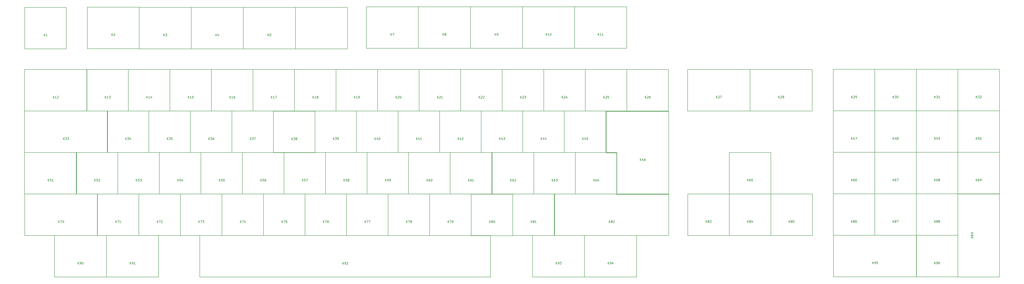
<source format=gbr>
G04 #@! TF.GenerationSoftware,KiCad,Pcbnew,6.0.2*
G04 #@! TF.CreationDate,2022-02-11T20:01:44-05:00*
G04 #@! TF.ProjectId,A1200KB,41313230-304b-4422-9e6b-696361645f70,v4a*
G04 #@! TF.SameCoordinates,Original*
G04 #@! TF.FileFunction,OtherDrawing,Comment*
%FSLAX46Y46*%
G04 Gerber Fmt 4.6, Leading zero omitted, Abs format (unit mm)*
G04 Created by KiCad (PCBNEW 6.0.2) date 2022-02-11 20:01:44*
%MOMM*%
%LPD*%
G01*
G04 APERTURE LIST*
%ADD10C,0.150000*%
G04 APERTURE END LIST*
D10*
X60120704Y-89238980D02*
X60120704Y-88238980D01*
X60692133Y-89238980D02*
X60263561Y-88667552D01*
X60692133Y-88238980D02*
X60120704Y-88810409D01*
X61644514Y-89238980D02*
X61073085Y-89238980D01*
X61358800Y-89238980D02*
X61358800Y-88238980D01*
X61263561Y-88381838D01*
X61168323Y-88477076D01*
X61073085Y-88524695D01*
X91159104Y-89123780D02*
X91159104Y-88123780D01*
X91730533Y-89123780D02*
X91301961Y-88552352D01*
X91730533Y-88123780D02*
X91159104Y-88695209D01*
X92111485Y-88219019D02*
X92159104Y-88171400D01*
X92254342Y-88123780D01*
X92492438Y-88123780D01*
X92587676Y-88171400D01*
X92635295Y-88219019D01*
X92682914Y-88314257D01*
X92682914Y-88409495D01*
X92635295Y-88552352D01*
X92063866Y-89123780D01*
X92682914Y-89123780D01*
X114984704Y-89210980D02*
X114984704Y-88210980D01*
X115556133Y-89210980D02*
X115127561Y-88639552D01*
X115556133Y-88210980D02*
X114984704Y-88782409D01*
X115889466Y-88210980D02*
X116508514Y-88210980D01*
X116175180Y-88591933D01*
X116318038Y-88591933D01*
X116413276Y-88639552D01*
X116460895Y-88687171D01*
X116508514Y-88782409D01*
X116508514Y-89020504D01*
X116460895Y-89115742D01*
X116413276Y-89163361D01*
X116318038Y-89210980D01*
X116032323Y-89210980D01*
X115937085Y-89163361D01*
X115889466Y-89115742D01*
X138860704Y-89238980D02*
X138860704Y-88238980D01*
X139432133Y-89238980D02*
X139003561Y-88667552D01*
X139432133Y-88238980D02*
X138860704Y-88810409D01*
X140289276Y-88572314D02*
X140289276Y-89238980D01*
X140051180Y-88191361D02*
X139813085Y-88905647D01*
X140432133Y-88905647D01*
X162736704Y-89210980D02*
X162736704Y-88210980D01*
X163308133Y-89210980D02*
X162879561Y-88639552D01*
X163308133Y-88210980D02*
X162736704Y-88782409D01*
X164212895Y-88210980D02*
X163736704Y-88210980D01*
X163689085Y-88687171D01*
X163736704Y-88639552D01*
X163831942Y-88591933D01*
X164070038Y-88591933D01*
X164165276Y-88639552D01*
X164212895Y-88687171D01*
X164260514Y-88782409D01*
X164260514Y-89020504D01*
X164212895Y-89115742D01*
X164165276Y-89163361D01*
X164070038Y-89210980D01*
X163831942Y-89210980D01*
X163736704Y-89163361D01*
X163689085Y-89115742D01*
X219124704Y-88984980D02*
X219124704Y-87984980D01*
X219696133Y-88984980D02*
X219267561Y-88413552D01*
X219696133Y-87984980D02*
X219124704Y-88556409D01*
X220029466Y-87984980D02*
X220696133Y-87984980D01*
X220267561Y-88984980D01*
X243000704Y-88984980D02*
X243000704Y-87984980D01*
X243572133Y-88984980D02*
X243143561Y-88413552D01*
X243572133Y-87984980D02*
X243000704Y-88556409D01*
X244143561Y-88413552D02*
X244048323Y-88365933D01*
X244000704Y-88318314D01*
X243953085Y-88223076D01*
X243953085Y-88175457D01*
X244000704Y-88080219D01*
X244048323Y-88032600D01*
X244143561Y-87984980D01*
X244334038Y-87984980D01*
X244429276Y-88032600D01*
X244476895Y-88080219D01*
X244524514Y-88175457D01*
X244524514Y-88223076D01*
X244476895Y-88318314D01*
X244429276Y-88365933D01*
X244334038Y-88413552D01*
X244143561Y-88413552D01*
X244048323Y-88461171D01*
X244000704Y-88508790D01*
X243953085Y-88604028D01*
X243953085Y-88794504D01*
X244000704Y-88889742D01*
X244048323Y-88937361D01*
X244143561Y-88984980D01*
X244334038Y-88984980D01*
X244429276Y-88937361D01*
X244476895Y-88889742D01*
X244524514Y-88794504D01*
X244524514Y-88604028D01*
X244476895Y-88508790D01*
X244429276Y-88461171D01*
X244334038Y-88413552D01*
X266876704Y-88984980D02*
X266876704Y-87984980D01*
X267448133Y-88984980D02*
X267019561Y-88413552D01*
X267448133Y-87984980D02*
X266876704Y-88556409D01*
X267924323Y-88984980D02*
X268114800Y-88984980D01*
X268210038Y-88937361D01*
X268257657Y-88889742D01*
X268352895Y-88746885D01*
X268400514Y-88556409D01*
X268400514Y-88175457D01*
X268352895Y-88080219D01*
X268305276Y-88032600D01*
X268210038Y-87984980D01*
X268019561Y-87984980D01*
X267924323Y-88032600D01*
X267876704Y-88080219D01*
X267829085Y-88175457D01*
X267829085Y-88413552D01*
X267876704Y-88508790D01*
X267924323Y-88556409D01*
X268019561Y-88604028D01*
X268210038Y-88604028D01*
X268305276Y-88556409D01*
X268352895Y-88508790D01*
X268400514Y-88413552D01*
X290276514Y-88984980D02*
X290276514Y-87984980D01*
X290847942Y-88984980D02*
X290419371Y-88413552D01*
X290847942Y-87984980D02*
X290276514Y-88556409D01*
X291800323Y-88984980D02*
X291228895Y-88984980D01*
X291514609Y-88984980D02*
X291514609Y-87984980D01*
X291419371Y-88127838D01*
X291324133Y-88223076D01*
X291228895Y-88270695D01*
X292419371Y-87984980D02*
X292514609Y-87984980D01*
X292609847Y-88032600D01*
X292657466Y-88080219D01*
X292705085Y-88175457D01*
X292752704Y-88365933D01*
X292752704Y-88604028D01*
X292705085Y-88794504D01*
X292657466Y-88889742D01*
X292609847Y-88937361D01*
X292514609Y-88984980D01*
X292419371Y-88984980D01*
X292324133Y-88937361D01*
X292276514Y-88889742D01*
X292228895Y-88794504D01*
X292181276Y-88604028D01*
X292181276Y-88365933D01*
X292228895Y-88175457D01*
X292276514Y-88080219D01*
X292324133Y-88032600D01*
X292419371Y-87984980D01*
X314152514Y-88984980D02*
X314152514Y-87984980D01*
X314723942Y-88984980D02*
X314295371Y-88413552D01*
X314723942Y-87984980D02*
X314152514Y-88556409D01*
X315676323Y-88984980D02*
X315104895Y-88984980D01*
X315390609Y-88984980D02*
X315390609Y-87984980D01*
X315295371Y-88127838D01*
X315200133Y-88223076D01*
X315104895Y-88270695D01*
X316628704Y-88984980D02*
X316057276Y-88984980D01*
X316342990Y-88984980D02*
X316342990Y-87984980D01*
X316247752Y-88127838D01*
X316152514Y-88223076D01*
X316057276Y-88270695D01*
X368343714Y-117732980D02*
X368343714Y-116732980D01*
X368915142Y-117732980D02*
X368486571Y-117161552D01*
X368915142Y-116732980D02*
X368343714Y-117304409D01*
X369296095Y-116828219D02*
X369343714Y-116780600D01*
X369438952Y-116732980D01*
X369677047Y-116732980D01*
X369772285Y-116780600D01*
X369819904Y-116828219D01*
X369867523Y-116923457D01*
X369867523Y-117018695D01*
X369819904Y-117161552D01*
X369248476Y-117732980D01*
X369867523Y-117732980D01*
X370200857Y-116732980D02*
X370867523Y-116732980D01*
X370438952Y-117732980D01*
X430344514Y-117699380D02*
X430344514Y-116699380D01*
X430915942Y-117699380D02*
X430487371Y-117127952D01*
X430915942Y-116699380D02*
X430344514Y-117270809D01*
X431296895Y-116794619D02*
X431344514Y-116747000D01*
X431439752Y-116699380D01*
X431677847Y-116699380D01*
X431773085Y-116747000D01*
X431820704Y-116794619D01*
X431868323Y-116889857D01*
X431868323Y-116985095D01*
X431820704Y-117127952D01*
X431249276Y-117699380D01*
X431868323Y-117699380D01*
X432344514Y-117699380D02*
X432534990Y-117699380D01*
X432630228Y-117651761D01*
X432677847Y-117604142D01*
X432773085Y-117461285D01*
X432820704Y-117270809D01*
X432820704Y-116889857D01*
X432773085Y-116794619D01*
X432725466Y-116747000D01*
X432630228Y-116699380D01*
X432439752Y-116699380D01*
X432344514Y-116747000D01*
X432296895Y-116794619D01*
X432249276Y-116889857D01*
X432249276Y-117127952D01*
X432296895Y-117223190D01*
X432344514Y-117270809D01*
X432439752Y-117318428D01*
X432630228Y-117318428D01*
X432725466Y-117270809D01*
X432773085Y-117223190D01*
X432820704Y-117127952D01*
X449394514Y-117699380D02*
X449394514Y-116699380D01*
X449965942Y-117699380D02*
X449537371Y-117127952D01*
X449965942Y-116699380D02*
X449394514Y-117270809D01*
X450299276Y-116699380D02*
X450918323Y-116699380D01*
X450584990Y-117080333D01*
X450727847Y-117080333D01*
X450823085Y-117127952D01*
X450870704Y-117175571D01*
X450918323Y-117270809D01*
X450918323Y-117508904D01*
X450870704Y-117604142D01*
X450823085Y-117651761D01*
X450727847Y-117699380D01*
X450442133Y-117699380D01*
X450346895Y-117651761D01*
X450299276Y-117604142D01*
X451537371Y-116699380D02*
X451632609Y-116699380D01*
X451727847Y-116747000D01*
X451775466Y-116794619D01*
X451823085Y-116889857D01*
X451870704Y-117080333D01*
X451870704Y-117318428D01*
X451823085Y-117508904D01*
X451775466Y-117604142D01*
X451727847Y-117651761D01*
X451632609Y-117699380D01*
X451537371Y-117699380D01*
X451442133Y-117651761D01*
X451394514Y-117604142D01*
X451346895Y-117508904D01*
X451299276Y-117318428D01*
X451299276Y-117080333D01*
X451346895Y-116889857D01*
X451394514Y-116794619D01*
X451442133Y-116747000D01*
X451537371Y-116699380D01*
X468444514Y-117699380D02*
X468444514Y-116699380D01*
X469015942Y-117699380D02*
X468587371Y-117127952D01*
X469015942Y-116699380D02*
X468444514Y-117270809D01*
X469349276Y-116699380D02*
X469968323Y-116699380D01*
X469634990Y-117080333D01*
X469777847Y-117080333D01*
X469873085Y-117127952D01*
X469920704Y-117175571D01*
X469968323Y-117270809D01*
X469968323Y-117508904D01*
X469920704Y-117604142D01*
X469873085Y-117651761D01*
X469777847Y-117699380D01*
X469492133Y-117699380D01*
X469396895Y-117651761D01*
X469349276Y-117604142D01*
X470920704Y-117699380D02*
X470349276Y-117699380D01*
X470634990Y-117699380D02*
X470634990Y-116699380D01*
X470539752Y-116842238D01*
X470444514Y-116937476D01*
X470349276Y-116985095D01*
X487494514Y-117699380D02*
X487494514Y-116699380D01*
X488065942Y-117699380D02*
X487637371Y-117127952D01*
X488065942Y-116699380D02*
X487494514Y-117270809D01*
X488399276Y-116699380D02*
X489018323Y-116699380D01*
X488684990Y-117080333D01*
X488827847Y-117080333D01*
X488923085Y-117127952D01*
X488970704Y-117175571D01*
X489018323Y-117270809D01*
X489018323Y-117508904D01*
X488970704Y-117604142D01*
X488923085Y-117651761D01*
X488827847Y-117699380D01*
X488542133Y-117699380D01*
X488446895Y-117651761D01*
X488399276Y-117604142D01*
X489399276Y-116794619D02*
X489446895Y-116747000D01*
X489542133Y-116699380D01*
X489780228Y-116699380D01*
X489875466Y-116747000D01*
X489923085Y-116794619D01*
X489970704Y-116889857D01*
X489970704Y-116985095D01*
X489923085Y-117127952D01*
X489351657Y-117699380D01*
X489970704Y-117699380D01*
X430344514Y-136749380D02*
X430344514Y-135749380D01*
X430915942Y-136749380D02*
X430487371Y-136177952D01*
X430915942Y-135749380D02*
X430344514Y-136320809D01*
X431773085Y-136082714D02*
X431773085Y-136749380D01*
X431534990Y-135701761D02*
X431296895Y-136416047D01*
X431915942Y-136416047D01*
X432201657Y-135749380D02*
X432868323Y-135749380D01*
X432439752Y-136749380D01*
X449394514Y-136749380D02*
X449394514Y-135749380D01*
X449965942Y-136749380D02*
X449537371Y-136177952D01*
X449965942Y-135749380D02*
X449394514Y-136320809D01*
X450823085Y-136082714D02*
X450823085Y-136749380D01*
X450584990Y-135701761D02*
X450346895Y-136416047D01*
X450965942Y-136416047D01*
X451489752Y-136177952D02*
X451394514Y-136130333D01*
X451346895Y-136082714D01*
X451299276Y-135987476D01*
X451299276Y-135939857D01*
X451346895Y-135844619D01*
X451394514Y-135797000D01*
X451489752Y-135749380D01*
X451680228Y-135749380D01*
X451775466Y-135797000D01*
X451823085Y-135844619D01*
X451870704Y-135939857D01*
X451870704Y-135987476D01*
X451823085Y-136082714D01*
X451775466Y-136130333D01*
X451680228Y-136177952D01*
X451489752Y-136177952D01*
X451394514Y-136225571D01*
X451346895Y-136273190D01*
X451299276Y-136368428D01*
X451299276Y-136558904D01*
X451346895Y-136654142D01*
X451394514Y-136701761D01*
X451489752Y-136749380D01*
X451680228Y-136749380D01*
X451775466Y-136701761D01*
X451823085Y-136654142D01*
X451870704Y-136558904D01*
X451870704Y-136368428D01*
X451823085Y-136273190D01*
X451775466Y-136225571D01*
X451680228Y-136177952D01*
X468444514Y-136749380D02*
X468444514Y-135749380D01*
X469015942Y-136749380D02*
X468587371Y-136177952D01*
X469015942Y-135749380D02*
X468444514Y-136320809D01*
X469873085Y-136082714D02*
X469873085Y-136749380D01*
X469634990Y-135701761D02*
X469396895Y-136416047D01*
X470015942Y-136416047D01*
X470444514Y-136749380D02*
X470634990Y-136749380D01*
X470730228Y-136701761D01*
X470777847Y-136654142D01*
X470873085Y-136511285D01*
X470920704Y-136320809D01*
X470920704Y-135939857D01*
X470873085Y-135844619D01*
X470825466Y-135797000D01*
X470730228Y-135749380D01*
X470539752Y-135749380D01*
X470444514Y-135797000D01*
X470396895Y-135844619D01*
X470349276Y-135939857D01*
X470349276Y-136177952D01*
X470396895Y-136273190D01*
X470444514Y-136320809D01*
X470539752Y-136368428D01*
X470730228Y-136368428D01*
X470825466Y-136320809D01*
X470873085Y-136273190D01*
X470920704Y-136177952D01*
X487494514Y-136749380D02*
X487494514Y-135749380D01*
X488065942Y-136749380D02*
X487637371Y-136177952D01*
X488065942Y-135749380D02*
X487494514Y-136320809D01*
X488970704Y-135749380D02*
X488494514Y-135749380D01*
X488446895Y-136225571D01*
X488494514Y-136177952D01*
X488589752Y-136130333D01*
X488827847Y-136130333D01*
X488923085Y-136177952D01*
X488970704Y-136225571D01*
X489018323Y-136320809D01*
X489018323Y-136558904D01*
X488970704Y-136654142D01*
X488923085Y-136701761D01*
X488827847Y-136749380D01*
X488589752Y-136749380D01*
X488494514Y-136701761D01*
X488446895Y-136654142D01*
X489637371Y-135749380D02*
X489732609Y-135749380D01*
X489827847Y-135797000D01*
X489875466Y-135844619D01*
X489923085Y-135939857D01*
X489970704Y-136130333D01*
X489970704Y-136368428D01*
X489923085Y-136558904D01*
X489875466Y-136654142D01*
X489827847Y-136701761D01*
X489732609Y-136749380D01*
X489637371Y-136749380D01*
X489542133Y-136701761D01*
X489494514Y-136654142D01*
X489446895Y-136558904D01*
X489399276Y-136368428D01*
X489399276Y-136130333D01*
X489446895Y-135939857D01*
X489494514Y-135844619D01*
X489542133Y-135797000D01*
X489637371Y-135749380D01*
X382665714Y-155846980D02*
X382665714Y-154846980D01*
X383237142Y-155846980D02*
X382808571Y-155275552D01*
X383237142Y-154846980D02*
X382665714Y-155418409D01*
X384094285Y-154846980D02*
X383903809Y-154846980D01*
X383808571Y-154894600D01*
X383760952Y-154942219D01*
X383665714Y-155085076D01*
X383618095Y-155275552D01*
X383618095Y-155656504D01*
X383665714Y-155751742D01*
X383713333Y-155799361D01*
X383808571Y-155846980D01*
X383999047Y-155846980D01*
X384094285Y-155799361D01*
X384141904Y-155751742D01*
X384189523Y-155656504D01*
X384189523Y-155418409D01*
X384141904Y-155323171D01*
X384094285Y-155275552D01*
X383999047Y-155227933D01*
X383808571Y-155227933D01*
X383713333Y-155275552D01*
X383665714Y-155323171D01*
X383618095Y-155418409D01*
X385094285Y-154846980D02*
X384618095Y-154846980D01*
X384570476Y-155323171D01*
X384618095Y-155275552D01*
X384713333Y-155227933D01*
X384951428Y-155227933D01*
X385046666Y-155275552D01*
X385094285Y-155323171D01*
X385141904Y-155418409D01*
X385141904Y-155656504D01*
X385094285Y-155751742D01*
X385046666Y-155799361D01*
X384951428Y-155846980D01*
X384713333Y-155846980D01*
X384618095Y-155799361D01*
X384570476Y-155751742D01*
X430344514Y-155799380D02*
X430344514Y-154799380D01*
X430915942Y-155799380D02*
X430487371Y-155227952D01*
X430915942Y-154799380D02*
X430344514Y-155370809D01*
X431773085Y-154799380D02*
X431582609Y-154799380D01*
X431487371Y-154847000D01*
X431439752Y-154894619D01*
X431344514Y-155037476D01*
X431296895Y-155227952D01*
X431296895Y-155608904D01*
X431344514Y-155704142D01*
X431392133Y-155751761D01*
X431487371Y-155799380D01*
X431677847Y-155799380D01*
X431773085Y-155751761D01*
X431820704Y-155704142D01*
X431868323Y-155608904D01*
X431868323Y-155370809D01*
X431820704Y-155275571D01*
X431773085Y-155227952D01*
X431677847Y-155180333D01*
X431487371Y-155180333D01*
X431392133Y-155227952D01*
X431344514Y-155275571D01*
X431296895Y-155370809D01*
X432725466Y-154799380D02*
X432534990Y-154799380D01*
X432439752Y-154847000D01*
X432392133Y-154894619D01*
X432296895Y-155037476D01*
X432249276Y-155227952D01*
X432249276Y-155608904D01*
X432296895Y-155704142D01*
X432344514Y-155751761D01*
X432439752Y-155799380D01*
X432630228Y-155799380D01*
X432725466Y-155751761D01*
X432773085Y-155704142D01*
X432820704Y-155608904D01*
X432820704Y-155370809D01*
X432773085Y-155275571D01*
X432725466Y-155227952D01*
X432630228Y-155180333D01*
X432439752Y-155180333D01*
X432344514Y-155227952D01*
X432296895Y-155275571D01*
X432249276Y-155370809D01*
X449394514Y-155799380D02*
X449394514Y-154799380D01*
X449965942Y-155799380D02*
X449537371Y-155227952D01*
X449965942Y-154799380D02*
X449394514Y-155370809D01*
X450823085Y-154799380D02*
X450632609Y-154799380D01*
X450537371Y-154847000D01*
X450489752Y-154894619D01*
X450394514Y-155037476D01*
X450346895Y-155227952D01*
X450346895Y-155608904D01*
X450394514Y-155704142D01*
X450442133Y-155751761D01*
X450537371Y-155799380D01*
X450727847Y-155799380D01*
X450823085Y-155751761D01*
X450870704Y-155704142D01*
X450918323Y-155608904D01*
X450918323Y-155370809D01*
X450870704Y-155275571D01*
X450823085Y-155227952D01*
X450727847Y-155180333D01*
X450537371Y-155180333D01*
X450442133Y-155227952D01*
X450394514Y-155275571D01*
X450346895Y-155370809D01*
X451251657Y-154799380D02*
X451918323Y-154799380D01*
X451489752Y-155799380D01*
X468444514Y-155799380D02*
X468444514Y-154799380D01*
X469015942Y-155799380D02*
X468587371Y-155227952D01*
X469015942Y-154799380D02*
X468444514Y-155370809D01*
X469873085Y-154799380D02*
X469682609Y-154799380D01*
X469587371Y-154847000D01*
X469539752Y-154894619D01*
X469444514Y-155037476D01*
X469396895Y-155227952D01*
X469396895Y-155608904D01*
X469444514Y-155704142D01*
X469492133Y-155751761D01*
X469587371Y-155799380D01*
X469777847Y-155799380D01*
X469873085Y-155751761D01*
X469920704Y-155704142D01*
X469968323Y-155608904D01*
X469968323Y-155370809D01*
X469920704Y-155275571D01*
X469873085Y-155227952D01*
X469777847Y-155180333D01*
X469587371Y-155180333D01*
X469492133Y-155227952D01*
X469444514Y-155275571D01*
X469396895Y-155370809D01*
X470539752Y-155227952D02*
X470444514Y-155180333D01*
X470396895Y-155132714D01*
X470349276Y-155037476D01*
X470349276Y-154989857D01*
X470396895Y-154894619D01*
X470444514Y-154847000D01*
X470539752Y-154799380D01*
X470730228Y-154799380D01*
X470825466Y-154847000D01*
X470873085Y-154894619D01*
X470920704Y-154989857D01*
X470920704Y-155037476D01*
X470873085Y-155132714D01*
X470825466Y-155180333D01*
X470730228Y-155227952D01*
X470539752Y-155227952D01*
X470444514Y-155275571D01*
X470396895Y-155323190D01*
X470349276Y-155418428D01*
X470349276Y-155608904D01*
X470396895Y-155704142D01*
X470444514Y-155751761D01*
X470539752Y-155799380D01*
X470730228Y-155799380D01*
X470825466Y-155751761D01*
X470873085Y-155704142D01*
X470920704Y-155608904D01*
X470920704Y-155418428D01*
X470873085Y-155323190D01*
X470825466Y-155275571D01*
X470730228Y-155227952D01*
X487494514Y-155799380D02*
X487494514Y-154799380D01*
X488065942Y-155799380D02*
X487637371Y-155227952D01*
X488065942Y-154799380D02*
X487494514Y-155370809D01*
X488923085Y-154799380D02*
X488732609Y-154799380D01*
X488637371Y-154847000D01*
X488589752Y-154894619D01*
X488494514Y-155037476D01*
X488446895Y-155227952D01*
X488446895Y-155608904D01*
X488494514Y-155704142D01*
X488542133Y-155751761D01*
X488637371Y-155799380D01*
X488827847Y-155799380D01*
X488923085Y-155751761D01*
X488970704Y-155704142D01*
X489018323Y-155608904D01*
X489018323Y-155370809D01*
X488970704Y-155275571D01*
X488923085Y-155227952D01*
X488827847Y-155180333D01*
X488637371Y-155180333D01*
X488542133Y-155227952D01*
X488494514Y-155275571D01*
X488446895Y-155370809D01*
X489494514Y-155799380D02*
X489684990Y-155799380D01*
X489780228Y-155751761D01*
X489827847Y-155704142D01*
X489923085Y-155561285D01*
X489970704Y-155370809D01*
X489970704Y-154989857D01*
X489923085Y-154894619D01*
X489875466Y-154847000D01*
X489780228Y-154799380D01*
X489589752Y-154799380D01*
X489494514Y-154847000D01*
X489446895Y-154894619D01*
X489399276Y-154989857D01*
X489399276Y-155227952D01*
X489446895Y-155323190D01*
X489494514Y-155370809D01*
X489589752Y-155418428D01*
X489780228Y-155418428D01*
X489875466Y-155370809D01*
X489923085Y-155323190D01*
X489970704Y-155227952D01*
X363615714Y-174896980D02*
X363615714Y-173896980D01*
X364187142Y-174896980D02*
X363758571Y-174325552D01*
X364187142Y-173896980D02*
X363615714Y-174468409D01*
X364758571Y-174325552D02*
X364663333Y-174277933D01*
X364615714Y-174230314D01*
X364568095Y-174135076D01*
X364568095Y-174087457D01*
X364615714Y-173992219D01*
X364663333Y-173944600D01*
X364758571Y-173896980D01*
X364949047Y-173896980D01*
X365044285Y-173944600D01*
X365091904Y-173992219D01*
X365139523Y-174087457D01*
X365139523Y-174135076D01*
X365091904Y-174230314D01*
X365044285Y-174277933D01*
X364949047Y-174325552D01*
X364758571Y-174325552D01*
X364663333Y-174373171D01*
X364615714Y-174420790D01*
X364568095Y-174516028D01*
X364568095Y-174706504D01*
X364615714Y-174801742D01*
X364663333Y-174849361D01*
X364758571Y-174896980D01*
X364949047Y-174896980D01*
X365044285Y-174849361D01*
X365091904Y-174801742D01*
X365139523Y-174706504D01*
X365139523Y-174516028D01*
X365091904Y-174420790D01*
X365044285Y-174373171D01*
X364949047Y-174325552D01*
X365472857Y-173896980D02*
X366091904Y-173896980D01*
X365758571Y-174277933D01*
X365901428Y-174277933D01*
X365996666Y-174325552D01*
X366044285Y-174373171D01*
X366091904Y-174468409D01*
X366091904Y-174706504D01*
X366044285Y-174801742D01*
X365996666Y-174849361D01*
X365901428Y-174896980D01*
X365615714Y-174896980D01*
X365520476Y-174849361D01*
X365472857Y-174801742D01*
X382665714Y-174896980D02*
X382665714Y-173896980D01*
X383237142Y-174896980D02*
X382808571Y-174325552D01*
X383237142Y-173896980D02*
X382665714Y-174468409D01*
X383808571Y-174325552D02*
X383713333Y-174277933D01*
X383665714Y-174230314D01*
X383618095Y-174135076D01*
X383618095Y-174087457D01*
X383665714Y-173992219D01*
X383713333Y-173944600D01*
X383808571Y-173896980D01*
X383999047Y-173896980D01*
X384094285Y-173944600D01*
X384141904Y-173992219D01*
X384189523Y-174087457D01*
X384189523Y-174135076D01*
X384141904Y-174230314D01*
X384094285Y-174277933D01*
X383999047Y-174325552D01*
X383808571Y-174325552D01*
X383713333Y-174373171D01*
X383665714Y-174420790D01*
X383618095Y-174516028D01*
X383618095Y-174706504D01*
X383665714Y-174801742D01*
X383713333Y-174849361D01*
X383808571Y-174896980D01*
X383999047Y-174896980D01*
X384094285Y-174849361D01*
X384141904Y-174801742D01*
X384189523Y-174706504D01*
X384189523Y-174516028D01*
X384141904Y-174420790D01*
X384094285Y-174373171D01*
X383999047Y-174325552D01*
X385046666Y-174230314D02*
X385046666Y-174896980D01*
X384808571Y-173849361D02*
X384570476Y-174563647D01*
X385189523Y-174563647D01*
X401715714Y-174896980D02*
X401715714Y-173896980D01*
X402287142Y-174896980D02*
X401858571Y-174325552D01*
X402287142Y-173896980D02*
X401715714Y-174468409D01*
X402858571Y-174325552D02*
X402763333Y-174277933D01*
X402715714Y-174230314D01*
X402668095Y-174135076D01*
X402668095Y-174087457D01*
X402715714Y-173992219D01*
X402763333Y-173944600D01*
X402858571Y-173896980D01*
X403049047Y-173896980D01*
X403144285Y-173944600D01*
X403191904Y-173992219D01*
X403239523Y-174087457D01*
X403239523Y-174135076D01*
X403191904Y-174230314D01*
X403144285Y-174277933D01*
X403049047Y-174325552D01*
X402858571Y-174325552D01*
X402763333Y-174373171D01*
X402715714Y-174420790D01*
X402668095Y-174516028D01*
X402668095Y-174706504D01*
X402715714Y-174801742D01*
X402763333Y-174849361D01*
X402858571Y-174896980D01*
X403049047Y-174896980D01*
X403144285Y-174849361D01*
X403191904Y-174801742D01*
X403239523Y-174706504D01*
X403239523Y-174516028D01*
X403191904Y-174420790D01*
X403144285Y-174373171D01*
X403049047Y-174325552D01*
X404144285Y-173896980D02*
X403668095Y-173896980D01*
X403620476Y-174373171D01*
X403668095Y-174325552D01*
X403763333Y-174277933D01*
X404001428Y-174277933D01*
X404096666Y-174325552D01*
X404144285Y-174373171D01*
X404191904Y-174468409D01*
X404191904Y-174706504D01*
X404144285Y-174801742D01*
X404096666Y-174849361D01*
X404001428Y-174896980D01*
X403763333Y-174896980D01*
X403668095Y-174849361D01*
X403620476Y-174801742D01*
X430344514Y-174849380D02*
X430344514Y-173849380D01*
X430915942Y-174849380D02*
X430487371Y-174277952D01*
X430915942Y-173849380D02*
X430344514Y-174420809D01*
X431487371Y-174277952D02*
X431392133Y-174230333D01*
X431344514Y-174182714D01*
X431296895Y-174087476D01*
X431296895Y-174039857D01*
X431344514Y-173944619D01*
X431392133Y-173897000D01*
X431487371Y-173849380D01*
X431677847Y-173849380D01*
X431773085Y-173897000D01*
X431820704Y-173944619D01*
X431868323Y-174039857D01*
X431868323Y-174087476D01*
X431820704Y-174182714D01*
X431773085Y-174230333D01*
X431677847Y-174277952D01*
X431487371Y-174277952D01*
X431392133Y-174325571D01*
X431344514Y-174373190D01*
X431296895Y-174468428D01*
X431296895Y-174658904D01*
X431344514Y-174754142D01*
X431392133Y-174801761D01*
X431487371Y-174849380D01*
X431677847Y-174849380D01*
X431773085Y-174801761D01*
X431820704Y-174754142D01*
X431868323Y-174658904D01*
X431868323Y-174468428D01*
X431820704Y-174373190D01*
X431773085Y-174325571D01*
X431677847Y-174277952D01*
X432725466Y-173849380D02*
X432534990Y-173849380D01*
X432439752Y-173897000D01*
X432392133Y-173944619D01*
X432296895Y-174087476D01*
X432249276Y-174277952D01*
X432249276Y-174658904D01*
X432296895Y-174754142D01*
X432344514Y-174801761D01*
X432439752Y-174849380D01*
X432630228Y-174849380D01*
X432725466Y-174801761D01*
X432773085Y-174754142D01*
X432820704Y-174658904D01*
X432820704Y-174420809D01*
X432773085Y-174325571D01*
X432725466Y-174277952D01*
X432630228Y-174230333D01*
X432439752Y-174230333D01*
X432344514Y-174277952D01*
X432296895Y-174325571D01*
X432249276Y-174420809D01*
X449394514Y-174849380D02*
X449394514Y-173849380D01*
X449965942Y-174849380D02*
X449537371Y-174277952D01*
X449965942Y-173849380D02*
X449394514Y-174420809D01*
X450537371Y-174277952D02*
X450442133Y-174230333D01*
X450394514Y-174182714D01*
X450346895Y-174087476D01*
X450346895Y-174039857D01*
X450394514Y-173944619D01*
X450442133Y-173897000D01*
X450537371Y-173849380D01*
X450727847Y-173849380D01*
X450823085Y-173897000D01*
X450870704Y-173944619D01*
X450918323Y-174039857D01*
X450918323Y-174087476D01*
X450870704Y-174182714D01*
X450823085Y-174230333D01*
X450727847Y-174277952D01*
X450537371Y-174277952D01*
X450442133Y-174325571D01*
X450394514Y-174373190D01*
X450346895Y-174468428D01*
X450346895Y-174658904D01*
X450394514Y-174754142D01*
X450442133Y-174801761D01*
X450537371Y-174849380D01*
X450727847Y-174849380D01*
X450823085Y-174801761D01*
X450870704Y-174754142D01*
X450918323Y-174658904D01*
X450918323Y-174468428D01*
X450870704Y-174373190D01*
X450823085Y-174325571D01*
X450727847Y-174277952D01*
X451251657Y-173849380D02*
X451918323Y-173849380D01*
X451489752Y-174849380D01*
X468444514Y-174849380D02*
X468444514Y-173849380D01*
X469015942Y-174849380D02*
X468587371Y-174277952D01*
X469015942Y-173849380D02*
X468444514Y-174420809D01*
X469587371Y-174277952D02*
X469492133Y-174230333D01*
X469444514Y-174182714D01*
X469396895Y-174087476D01*
X469396895Y-174039857D01*
X469444514Y-173944619D01*
X469492133Y-173897000D01*
X469587371Y-173849380D01*
X469777847Y-173849380D01*
X469873085Y-173897000D01*
X469920704Y-173944619D01*
X469968323Y-174039857D01*
X469968323Y-174087476D01*
X469920704Y-174182714D01*
X469873085Y-174230333D01*
X469777847Y-174277952D01*
X469587371Y-174277952D01*
X469492133Y-174325571D01*
X469444514Y-174373190D01*
X469396895Y-174468428D01*
X469396895Y-174658904D01*
X469444514Y-174754142D01*
X469492133Y-174801761D01*
X469587371Y-174849380D01*
X469777847Y-174849380D01*
X469873085Y-174801761D01*
X469920704Y-174754142D01*
X469968323Y-174658904D01*
X469968323Y-174468428D01*
X469920704Y-174373190D01*
X469873085Y-174325571D01*
X469777847Y-174277952D01*
X470539752Y-174277952D02*
X470444514Y-174230333D01*
X470396895Y-174182714D01*
X470349276Y-174087476D01*
X470349276Y-174039857D01*
X470396895Y-173944619D01*
X470444514Y-173897000D01*
X470539752Y-173849380D01*
X470730228Y-173849380D01*
X470825466Y-173897000D01*
X470873085Y-173944619D01*
X470920704Y-174039857D01*
X470920704Y-174087476D01*
X470873085Y-174182714D01*
X470825466Y-174230333D01*
X470730228Y-174277952D01*
X470539752Y-174277952D01*
X470444514Y-174325571D01*
X470396895Y-174373190D01*
X470349276Y-174468428D01*
X470349276Y-174658904D01*
X470396895Y-174754142D01*
X470444514Y-174801761D01*
X470539752Y-174849380D01*
X470730228Y-174849380D01*
X470825466Y-174801761D01*
X470873085Y-174754142D01*
X470920704Y-174658904D01*
X470920704Y-174468428D01*
X470873085Y-174373190D01*
X470825466Y-174325571D01*
X470730228Y-174277952D01*
X485187619Y-179505714D02*
X486187619Y-179505714D01*
X485187619Y-180077142D02*
X485759047Y-179648571D01*
X486187619Y-180077142D02*
X485616190Y-179505714D01*
X485759047Y-180648571D02*
X485806666Y-180553333D01*
X485854285Y-180505714D01*
X485949523Y-180458095D01*
X485997142Y-180458095D01*
X486092380Y-180505714D01*
X486140000Y-180553333D01*
X486187619Y-180648571D01*
X486187619Y-180839047D01*
X486140000Y-180934285D01*
X486092380Y-180981904D01*
X485997142Y-181029523D01*
X485949523Y-181029523D01*
X485854285Y-180981904D01*
X485806666Y-180934285D01*
X485759047Y-180839047D01*
X485759047Y-180648571D01*
X485711428Y-180553333D01*
X485663809Y-180505714D01*
X485568571Y-180458095D01*
X485378095Y-180458095D01*
X485282857Y-180505714D01*
X485235238Y-180553333D01*
X485187619Y-180648571D01*
X485187619Y-180839047D01*
X485235238Y-180934285D01*
X485282857Y-180981904D01*
X485378095Y-181029523D01*
X485568571Y-181029523D01*
X485663809Y-180981904D01*
X485711428Y-180934285D01*
X485759047Y-180839047D01*
X485187619Y-181505714D02*
X485187619Y-181696190D01*
X485235238Y-181791428D01*
X485282857Y-181839047D01*
X485425714Y-181934285D01*
X485616190Y-181981904D01*
X485997142Y-181981904D01*
X486092380Y-181934285D01*
X486140000Y-181886666D01*
X486187619Y-181791428D01*
X486187619Y-181600952D01*
X486140000Y-181505714D01*
X486092380Y-181458095D01*
X485997142Y-181410476D01*
X485759047Y-181410476D01*
X485663809Y-181458095D01*
X485616190Y-181505714D01*
X485568571Y-181600952D01*
X485568571Y-181791428D01*
X485616190Y-181886666D01*
X485663809Y-181934285D01*
X485759047Y-181981904D01*
X440015714Y-193852380D02*
X440015714Y-192852380D01*
X440587142Y-193852380D02*
X440158571Y-193280952D01*
X440587142Y-192852380D02*
X440015714Y-193423809D01*
X441063333Y-193852380D02*
X441253809Y-193852380D01*
X441349047Y-193804761D01*
X441396666Y-193757142D01*
X441491904Y-193614285D01*
X441539523Y-193423809D01*
X441539523Y-193042857D01*
X441491904Y-192947619D01*
X441444285Y-192900000D01*
X441349047Y-192852380D01*
X441158571Y-192852380D01*
X441063333Y-192900000D01*
X441015714Y-192947619D01*
X440968095Y-193042857D01*
X440968095Y-193280952D01*
X441015714Y-193376190D01*
X441063333Y-193423809D01*
X441158571Y-193471428D01*
X441349047Y-193471428D01*
X441444285Y-193423809D01*
X441491904Y-193376190D01*
X441539523Y-193280952D01*
X442444285Y-192852380D02*
X441968095Y-192852380D01*
X441920476Y-193328571D01*
X441968095Y-193280952D01*
X442063333Y-193233333D01*
X442301428Y-193233333D01*
X442396666Y-193280952D01*
X442444285Y-193328571D01*
X442491904Y-193423809D01*
X442491904Y-193661904D01*
X442444285Y-193757142D01*
X442396666Y-193804761D01*
X442301428Y-193852380D01*
X442063333Y-193852380D01*
X441968095Y-193804761D01*
X441920476Y-193757142D01*
X468444514Y-193899380D02*
X468444514Y-192899380D01*
X469015942Y-193899380D02*
X468587371Y-193327952D01*
X469015942Y-192899380D02*
X468444514Y-193470809D01*
X469492133Y-193899380D02*
X469682609Y-193899380D01*
X469777847Y-193851761D01*
X469825466Y-193804142D01*
X469920704Y-193661285D01*
X469968323Y-193470809D01*
X469968323Y-193089857D01*
X469920704Y-192994619D01*
X469873085Y-192947000D01*
X469777847Y-192899380D01*
X469587371Y-192899380D01*
X469492133Y-192947000D01*
X469444514Y-192994619D01*
X469396895Y-193089857D01*
X469396895Y-193327952D01*
X469444514Y-193423190D01*
X469492133Y-193470809D01*
X469587371Y-193518428D01*
X469777847Y-193518428D01*
X469873085Y-193470809D01*
X469920704Y-193423190D01*
X469968323Y-193327952D01*
X470825466Y-192899380D02*
X470634990Y-192899380D01*
X470539752Y-192947000D01*
X470492133Y-192994619D01*
X470396895Y-193137476D01*
X470349276Y-193327952D01*
X470349276Y-193708904D01*
X470396895Y-193804142D01*
X470444514Y-193851761D01*
X470539752Y-193899380D01*
X470730228Y-193899380D01*
X470825466Y-193851761D01*
X470873085Y-193804142D01*
X470920704Y-193708904D01*
X470920704Y-193470809D01*
X470873085Y-193375571D01*
X470825466Y-193327952D01*
X470730228Y-193280333D01*
X470539752Y-193280333D01*
X470444514Y-193327952D01*
X470396895Y-193375571D01*
X470349276Y-193470809D01*
X396939714Y-117732980D02*
X396939714Y-116732980D01*
X397511142Y-117732980D02*
X397082571Y-117161552D01*
X397511142Y-116732980D02*
X396939714Y-117304409D01*
X397892095Y-116828219D02*
X397939714Y-116780600D01*
X398034952Y-116732980D01*
X398273047Y-116732980D01*
X398368285Y-116780600D01*
X398415904Y-116828219D01*
X398463523Y-116923457D01*
X398463523Y-117018695D01*
X398415904Y-117161552D01*
X397844476Y-117732980D01*
X398463523Y-117732980D01*
X399034952Y-117161552D02*
X398939714Y-117113933D01*
X398892095Y-117066314D01*
X398844476Y-116971076D01*
X398844476Y-116923457D01*
X398892095Y-116828219D01*
X398939714Y-116780600D01*
X399034952Y-116732980D01*
X399225428Y-116732980D01*
X399320666Y-116780600D01*
X399368285Y-116828219D01*
X399415904Y-116923457D01*
X399415904Y-116971076D01*
X399368285Y-117066314D01*
X399320666Y-117113933D01*
X399225428Y-117161552D01*
X399034952Y-117161552D01*
X398939714Y-117209171D01*
X398892095Y-117256790D01*
X398844476Y-117352028D01*
X398844476Y-117542504D01*
X398892095Y-117637742D01*
X398939714Y-117685361D01*
X399034952Y-117732980D01*
X399225428Y-117732980D01*
X399320666Y-117685361D01*
X399368285Y-117637742D01*
X399415904Y-117542504D01*
X399415904Y-117352028D01*
X399368285Y-117256790D01*
X399320666Y-117209171D01*
X399225428Y-117161552D01*
X69042514Y-136847780D02*
X69042514Y-135847780D01*
X69613942Y-136847780D02*
X69185371Y-136276352D01*
X69613942Y-135847780D02*
X69042514Y-136419209D01*
X69947276Y-135847780D02*
X70566323Y-135847780D01*
X70232990Y-136228733D01*
X70375847Y-136228733D01*
X70471085Y-136276352D01*
X70518704Y-136323971D01*
X70566323Y-136419209D01*
X70566323Y-136657304D01*
X70518704Y-136752542D01*
X70471085Y-136800161D01*
X70375847Y-136847780D01*
X70090133Y-136847780D01*
X69994895Y-136800161D01*
X69947276Y-136752542D01*
X70899657Y-135847780D02*
X71518704Y-135847780D01*
X71185371Y-136228733D01*
X71328228Y-136228733D01*
X71423466Y-136276352D01*
X71471085Y-136323971D01*
X71518704Y-136419209D01*
X71518704Y-136657304D01*
X71471085Y-136752542D01*
X71423466Y-136800161D01*
X71328228Y-136847780D01*
X71042514Y-136847780D01*
X70947276Y-136800161D01*
X70899657Y-136752542D01*
X197075714Y-194072380D02*
X197075714Y-193072380D01*
X197647142Y-194072380D02*
X197218571Y-193500952D01*
X197647142Y-193072380D02*
X197075714Y-193643809D01*
X198123333Y-194072380D02*
X198313809Y-194072380D01*
X198409047Y-194024761D01*
X198456666Y-193977142D01*
X198551904Y-193834285D01*
X198599523Y-193643809D01*
X198599523Y-193262857D01*
X198551904Y-193167619D01*
X198504285Y-193120000D01*
X198409047Y-193072380D01*
X198218571Y-193072380D01*
X198123333Y-193120000D01*
X198075714Y-193167619D01*
X198028095Y-193262857D01*
X198028095Y-193500952D01*
X198075714Y-193596190D01*
X198123333Y-193643809D01*
X198218571Y-193691428D01*
X198409047Y-193691428D01*
X198504285Y-193643809D01*
X198551904Y-193596190D01*
X198599523Y-193500952D01*
X198980476Y-193167619D02*
X199028095Y-193120000D01*
X199123333Y-193072380D01*
X199361428Y-193072380D01*
X199456666Y-193120000D01*
X199504285Y-193167619D01*
X199551904Y-193262857D01*
X199551904Y-193358095D01*
X199504285Y-193500952D01*
X198932857Y-194072380D01*
X199551904Y-194072380D01*
X145242514Y-117797780D02*
X145242514Y-116797780D01*
X145813942Y-117797780D02*
X145385371Y-117226352D01*
X145813942Y-116797780D02*
X145242514Y-117369209D01*
X146766323Y-117797780D02*
X146194895Y-117797780D01*
X146480609Y-117797780D02*
X146480609Y-116797780D01*
X146385371Y-116940638D01*
X146290133Y-117035876D01*
X146194895Y-117083495D01*
X147623466Y-116797780D02*
X147432990Y-116797780D01*
X147337752Y-116845400D01*
X147290133Y-116893019D01*
X147194895Y-117035876D01*
X147147276Y-117226352D01*
X147147276Y-117607304D01*
X147194895Y-117702542D01*
X147242514Y-117750161D01*
X147337752Y-117797780D01*
X147528228Y-117797780D01*
X147623466Y-117750161D01*
X147671085Y-117702542D01*
X147718704Y-117607304D01*
X147718704Y-117369209D01*
X147671085Y-117273971D01*
X147623466Y-117226352D01*
X147528228Y-117178733D01*
X147337752Y-117178733D01*
X147242514Y-117226352D01*
X147194895Y-117273971D01*
X147147276Y-117369209D01*
X88092514Y-117797780D02*
X88092514Y-116797780D01*
X88663942Y-117797780D02*
X88235371Y-117226352D01*
X88663942Y-116797780D02*
X88092514Y-117369209D01*
X89616323Y-117797780D02*
X89044895Y-117797780D01*
X89330609Y-117797780D02*
X89330609Y-116797780D01*
X89235371Y-116940638D01*
X89140133Y-117035876D01*
X89044895Y-117083495D01*
X89949657Y-116797780D02*
X90568704Y-116797780D01*
X90235371Y-117178733D01*
X90378228Y-117178733D01*
X90473466Y-117226352D01*
X90521085Y-117273971D01*
X90568704Y-117369209D01*
X90568704Y-117607304D01*
X90521085Y-117702542D01*
X90473466Y-117750161D01*
X90378228Y-117797780D01*
X90092514Y-117797780D01*
X89997276Y-117750161D01*
X89949657Y-117702542D01*
X240492514Y-117797780D02*
X240492514Y-116797780D01*
X241063942Y-117797780D02*
X240635371Y-117226352D01*
X241063942Y-116797780D02*
X240492514Y-117369209D01*
X241444895Y-116893019D02*
X241492514Y-116845400D01*
X241587752Y-116797780D01*
X241825847Y-116797780D01*
X241921085Y-116845400D01*
X241968704Y-116893019D01*
X242016323Y-116988257D01*
X242016323Y-117083495D01*
X241968704Y-117226352D01*
X241397276Y-117797780D01*
X242016323Y-117797780D01*
X242968704Y-117797780D02*
X242397276Y-117797780D01*
X242682990Y-117797780D02*
X242682990Y-116797780D01*
X242587752Y-116940638D01*
X242492514Y-117035876D01*
X242397276Y-117083495D01*
X202392514Y-117797780D02*
X202392514Y-116797780D01*
X202963942Y-117797780D02*
X202535371Y-117226352D01*
X202963942Y-116797780D02*
X202392514Y-117369209D01*
X203916323Y-117797780D02*
X203344895Y-117797780D01*
X203630609Y-117797780D02*
X203630609Y-116797780D01*
X203535371Y-116940638D01*
X203440133Y-117035876D01*
X203344895Y-117083495D01*
X204392514Y-117797780D02*
X204582990Y-117797780D01*
X204678228Y-117750161D01*
X204725847Y-117702542D01*
X204821085Y-117559685D01*
X204868704Y-117369209D01*
X204868704Y-116988257D01*
X204821085Y-116893019D01*
X204773466Y-116845400D01*
X204678228Y-116797780D01*
X204487752Y-116797780D01*
X204392514Y-116845400D01*
X204344895Y-116893019D01*
X204297276Y-116988257D01*
X204297276Y-117226352D01*
X204344895Y-117321590D01*
X204392514Y-117369209D01*
X204487752Y-117416828D01*
X204678228Y-117416828D01*
X204773466Y-117369209D01*
X204821085Y-117321590D01*
X204868704Y-117226352D01*
X107142514Y-117797780D02*
X107142514Y-116797780D01*
X107713942Y-117797780D02*
X107285371Y-117226352D01*
X107713942Y-116797780D02*
X107142514Y-117369209D01*
X108666323Y-117797780D02*
X108094895Y-117797780D01*
X108380609Y-117797780D02*
X108380609Y-116797780D01*
X108285371Y-116940638D01*
X108190133Y-117035876D01*
X108094895Y-117083495D01*
X109523466Y-117131114D02*
X109523466Y-117797780D01*
X109285371Y-116750161D02*
X109047276Y-117464447D01*
X109666323Y-117464447D01*
X278592514Y-117797780D02*
X278592514Y-116797780D01*
X279163942Y-117797780D02*
X278735371Y-117226352D01*
X279163942Y-116797780D02*
X278592514Y-117369209D01*
X279544895Y-116893019D02*
X279592514Y-116845400D01*
X279687752Y-116797780D01*
X279925847Y-116797780D01*
X280021085Y-116845400D01*
X280068704Y-116893019D01*
X280116323Y-116988257D01*
X280116323Y-117083495D01*
X280068704Y-117226352D01*
X279497276Y-117797780D01*
X280116323Y-117797780D01*
X280449657Y-116797780D02*
X281068704Y-116797780D01*
X280735371Y-117178733D01*
X280878228Y-117178733D01*
X280973466Y-117226352D01*
X281021085Y-117273971D01*
X281068704Y-117369209D01*
X281068704Y-117607304D01*
X281021085Y-117702542D01*
X280973466Y-117750161D01*
X280878228Y-117797780D01*
X280592514Y-117797780D01*
X280497276Y-117750161D01*
X280449657Y-117702542D01*
X164292514Y-117797780D02*
X164292514Y-116797780D01*
X164863942Y-117797780D02*
X164435371Y-117226352D01*
X164863942Y-116797780D02*
X164292514Y-117369209D01*
X165816323Y-117797780D02*
X165244895Y-117797780D01*
X165530609Y-117797780D02*
X165530609Y-116797780D01*
X165435371Y-116940638D01*
X165340133Y-117035876D01*
X165244895Y-117083495D01*
X166149657Y-116797780D02*
X166816323Y-116797780D01*
X166387752Y-117797780D01*
X221442514Y-117797780D02*
X221442514Y-116797780D01*
X222013942Y-117797780D02*
X221585371Y-117226352D01*
X222013942Y-116797780D02*
X221442514Y-117369209D01*
X222394895Y-116893019D02*
X222442514Y-116845400D01*
X222537752Y-116797780D01*
X222775847Y-116797780D01*
X222871085Y-116845400D01*
X222918704Y-116893019D01*
X222966323Y-116988257D01*
X222966323Y-117083495D01*
X222918704Y-117226352D01*
X222347276Y-117797780D01*
X222966323Y-117797780D01*
X223585371Y-116797780D02*
X223680609Y-116797780D01*
X223775847Y-116845400D01*
X223823466Y-116893019D01*
X223871085Y-116988257D01*
X223918704Y-117178733D01*
X223918704Y-117416828D01*
X223871085Y-117607304D01*
X223823466Y-117702542D01*
X223775847Y-117750161D01*
X223680609Y-117797780D01*
X223585371Y-117797780D01*
X223490133Y-117750161D01*
X223442514Y-117702542D01*
X223394895Y-117607304D01*
X223347276Y-117416828D01*
X223347276Y-117178733D01*
X223394895Y-116988257D01*
X223442514Y-116893019D01*
X223490133Y-116845400D01*
X223585371Y-116797780D01*
X183342514Y-117797780D02*
X183342514Y-116797780D01*
X183913942Y-117797780D02*
X183485371Y-117226352D01*
X183913942Y-116797780D02*
X183342514Y-117369209D01*
X184866323Y-117797780D02*
X184294895Y-117797780D01*
X184580609Y-117797780D02*
X184580609Y-116797780D01*
X184485371Y-116940638D01*
X184390133Y-117035876D01*
X184294895Y-117083495D01*
X185437752Y-117226352D02*
X185342514Y-117178733D01*
X185294895Y-117131114D01*
X185247276Y-117035876D01*
X185247276Y-116988257D01*
X185294895Y-116893019D01*
X185342514Y-116845400D01*
X185437752Y-116797780D01*
X185628228Y-116797780D01*
X185723466Y-116845400D01*
X185771085Y-116893019D01*
X185818704Y-116988257D01*
X185818704Y-117035876D01*
X185771085Y-117131114D01*
X185723466Y-117178733D01*
X185628228Y-117226352D01*
X185437752Y-117226352D01*
X185342514Y-117273971D01*
X185294895Y-117321590D01*
X185247276Y-117416828D01*
X185247276Y-117607304D01*
X185294895Y-117702542D01*
X185342514Y-117750161D01*
X185437752Y-117797780D01*
X185628228Y-117797780D01*
X185723466Y-117750161D01*
X185771085Y-117702542D01*
X185818704Y-117607304D01*
X185818704Y-117416828D01*
X185771085Y-117321590D01*
X185723466Y-117273971D01*
X185628228Y-117226352D01*
X126192514Y-117797780D02*
X126192514Y-116797780D01*
X126763942Y-117797780D02*
X126335371Y-117226352D01*
X126763942Y-116797780D02*
X126192514Y-117369209D01*
X127716323Y-117797780D02*
X127144895Y-117797780D01*
X127430609Y-117797780D02*
X127430609Y-116797780D01*
X127335371Y-116940638D01*
X127240133Y-117035876D01*
X127144895Y-117083495D01*
X128621085Y-116797780D02*
X128144895Y-116797780D01*
X128097276Y-117273971D01*
X128144895Y-117226352D01*
X128240133Y-117178733D01*
X128478228Y-117178733D01*
X128573466Y-117226352D01*
X128621085Y-117273971D01*
X128668704Y-117369209D01*
X128668704Y-117607304D01*
X128621085Y-117702542D01*
X128573466Y-117750161D01*
X128478228Y-117797780D01*
X128240133Y-117797780D01*
X128144895Y-117750161D01*
X128097276Y-117702542D01*
X333456514Y-146499780D02*
X333456514Y-145499780D01*
X334027942Y-146499780D02*
X333599371Y-145928352D01*
X334027942Y-145499780D02*
X333456514Y-146071209D01*
X334885085Y-145833114D02*
X334885085Y-146499780D01*
X334646990Y-145452161D02*
X334408895Y-146166447D01*
X335027942Y-146166447D01*
X335837466Y-145499780D02*
X335646990Y-145499780D01*
X335551752Y-145547400D01*
X335504133Y-145595019D01*
X335408895Y-145737876D01*
X335361276Y-145928352D01*
X335361276Y-146309304D01*
X335408895Y-146404542D01*
X335456514Y-146452161D01*
X335551752Y-146499780D01*
X335742228Y-146499780D01*
X335837466Y-146452161D01*
X335885085Y-146404542D01*
X335932704Y-146309304D01*
X335932704Y-146071209D01*
X335885085Y-145975971D01*
X335837466Y-145928352D01*
X335742228Y-145880733D01*
X335551752Y-145880733D01*
X335456514Y-145928352D01*
X335408895Y-145975971D01*
X335361276Y-146071209D01*
X235666514Y-155897780D02*
X235666514Y-154897780D01*
X236237942Y-155897780D02*
X235809371Y-155326352D01*
X236237942Y-154897780D02*
X235666514Y-155469209D01*
X237095085Y-154897780D02*
X236904609Y-154897780D01*
X236809371Y-154945400D01*
X236761752Y-154993019D01*
X236666514Y-155135876D01*
X236618895Y-155326352D01*
X236618895Y-155707304D01*
X236666514Y-155802542D01*
X236714133Y-155850161D01*
X236809371Y-155897780D01*
X236999847Y-155897780D01*
X237095085Y-155850161D01*
X237142704Y-155802542D01*
X237190323Y-155707304D01*
X237190323Y-155469209D01*
X237142704Y-155373971D01*
X237095085Y-155326352D01*
X236999847Y-155278733D01*
X236809371Y-155278733D01*
X236714133Y-155326352D01*
X236666514Y-155373971D01*
X236618895Y-155469209D01*
X237809371Y-154897780D02*
X237904609Y-154897780D01*
X237999847Y-154945400D01*
X238047466Y-154993019D01*
X238095085Y-155088257D01*
X238142704Y-155278733D01*
X238142704Y-155516828D01*
X238095085Y-155707304D01*
X238047466Y-155802542D01*
X237999847Y-155850161D01*
X237904609Y-155897780D01*
X237809371Y-155897780D01*
X237714133Y-155850161D01*
X237666514Y-155802542D01*
X237618895Y-155707304D01*
X237571276Y-155516828D01*
X237571276Y-155278733D01*
X237618895Y-155088257D01*
X237666514Y-154993019D01*
X237714133Y-154945400D01*
X237809371Y-154897780D01*
X259542514Y-117797780D02*
X259542514Y-116797780D01*
X260113942Y-117797780D02*
X259685371Y-117226352D01*
X260113942Y-116797780D02*
X259542514Y-117369209D01*
X260494895Y-116893019D02*
X260542514Y-116845400D01*
X260637752Y-116797780D01*
X260875847Y-116797780D01*
X260971085Y-116845400D01*
X261018704Y-116893019D01*
X261066323Y-116988257D01*
X261066323Y-117083495D01*
X261018704Y-117226352D01*
X260447276Y-117797780D01*
X261066323Y-117797780D01*
X261447276Y-116893019D02*
X261494895Y-116845400D01*
X261590133Y-116797780D01*
X261828228Y-116797780D01*
X261923466Y-116845400D01*
X261971085Y-116893019D01*
X262018704Y-116988257D01*
X262018704Y-117083495D01*
X261971085Y-117226352D01*
X261399657Y-117797780D01*
X262018704Y-117797780D01*
X102316514Y-155897780D02*
X102316514Y-154897780D01*
X102887942Y-155897780D02*
X102459371Y-155326352D01*
X102887942Y-154897780D02*
X102316514Y-155469209D01*
X103792704Y-154897780D02*
X103316514Y-154897780D01*
X103268895Y-155373971D01*
X103316514Y-155326352D01*
X103411752Y-155278733D01*
X103649847Y-155278733D01*
X103745085Y-155326352D01*
X103792704Y-155373971D01*
X103840323Y-155469209D01*
X103840323Y-155707304D01*
X103792704Y-155802542D01*
X103745085Y-155850161D01*
X103649847Y-155897780D01*
X103411752Y-155897780D01*
X103316514Y-155850161D01*
X103268895Y-155802542D01*
X104173657Y-154897780D02*
X104792704Y-154897780D01*
X104459371Y-155278733D01*
X104602228Y-155278733D01*
X104697466Y-155326352D01*
X104745085Y-155373971D01*
X104792704Y-155469209D01*
X104792704Y-155707304D01*
X104745085Y-155802542D01*
X104697466Y-155850161D01*
X104602228Y-155897780D01*
X104316514Y-155897780D01*
X104221276Y-155850161D01*
X104173657Y-155802542D01*
X121366514Y-155897780D02*
X121366514Y-154897780D01*
X121937942Y-155897780D02*
X121509371Y-155326352D01*
X121937942Y-154897780D02*
X121366514Y-155469209D01*
X122842704Y-154897780D02*
X122366514Y-154897780D01*
X122318895Y-155373971D01*
X122366514Y-155326352D01*
X122461752Y-155278733D01*
X122699847Y-155278733D01*
X122795085Y-155326352D01*
X122842704Y-155373971D01*
X122890323Y-155469209D01*
X122890323Y-155707304D01*
X122842704Y-155802542D01*
X122795085Y-155850161D01*
X122699847Y-155897780D01*
X122461752Y-155897780D01*
X122366514Y-155850161D01*
X122318895Y-155802542D01*
X123747466Y-155231114D02*
X123747466Y-155897780D01*
X123509371Y-154850161D02*
X123271276Y-155564447D01*
X123890323Y-155564447D01*
X312120514Y-155897780D02*
X312120514Y-154897780D01*
X312691942Y-155897780D02*
X312263371Y-155326352D01*
X312691942Y-154897780D02*
X312120514Y-155469209D01*
X313549085Y-154897780D02*
X313358609Y-154897780D01*
X313263371Y-154945400D01*
X313215752Y-154993019D01*
X313120514Y-155135876D01*
X313072895Y-155326352D01*
X313072895Y-155707304D01*
X313120514Y-155802542D01*
X313168133Y-155850161D01*
X313263371Y-155897780D01*
X313453847Y-155897780D01*
X313549085Y-155850161D01*
X313596704Y-155802542D01*
X313644323Y-155707304D01*
X313644323Y-155469209D01*
X313596704Y-155373971D01*
X313549085Y-155326352D01*
X313453847Y-155278733D01*
X313263371Y-155278733D01*
X313168133Y-155326352D01*
X313120514Y-155373971D01*
X313072895Y-155469209D01*
X314501466Y-155231114D02*
X314501466Y-155897780D01*
X314263371Y-154850161D02*
X314025276Y-155564447D01*
X314644323Y-155564447D01*
X197566514Y-155897780D02*
X197566514Y-154897780D01*
X198137942Y-155897780D02*
X197709371Y-155326352D01*
X198137942Y-154897780D02*
X197566514Y-155469209D01*
X199042704Y-154897780D02*
X198566514Y-154897780D01*
X198518895Y-155373971D01*
X198566514Y-155326352D01*
X198661752Y-155278733D01*
X198899847Y-155278733D01*
X198995085Y-155326352D01*
X199042704Y-155373971D01*
X199090323Y-155469209D01*
X199090323Y-155707304D01*
X199042704Y-155802542D01*
X198995085Y-155850161D01*
X198899847Y-155897780D01*
X198661752Y-155897780D01*
X198566514Y-155850161D01*
X198518895Y-155802542D01*
X199661752Y-155326352D02*
X199566514Y-155278733D01*
X199518895Y-155231114D01*
X199471276Y-155135876D01*
X199471276Y-155088257D01*
X199518895Y-154993019D01*
X199566514Y-154945400D01*
X199661752Y-154897780D01*
X199852228Y-154897780D01*
X199947466Y-154945400D01*
X199995085Y-154993019D01*
X200042704Y-155088257D01*
X200042704Y-155135876D01*
X199995085Y-155231114D01*
X199947466Y-155278733D01*
X199852228Y-155326352D01*
X199661752Y-155326352D01*
X199566514Y-155373971D01*
X199518895Y-155421590D01*
X199471276Y-155516828D01*
X199471276Y-155707304D01*
X199518895Y-155802542D01*
X199566514Y-155850161D01*
X199661752Y-155897780D01*
X199852228Y-155897780D01*
X199947466Y-155850161D01*
X199995085Y-155802542D01*
X200042704Y-155707304D01*
X200042704Y-155516828D01*
X199995085Y-155421590D01*
X199947466Y-155373971D01*
X199852228Y-155326352D01*
X216616514Y-155897780D02*
X216616514Y-154897780D01*
X217187942Y-155897780D02*
X216759371Y-155326352D01*
X217187942Y-154897780D02*
X216616514Y-155469209D01*
X218092704Y-154897780D02*
X217616514Y-154897780D01*
X217568895Y-155373971D01*
X217616514Y-155326352D01*
X217711752Y-155278733D01*
X217949847Y-155278733D01*
X218045085Y-155326352D01*
X218092704Y-155373971D01*
X218140323Y-155469209D01*
X218140323Y-155707304D01*
X218092704Y-155802542D01*
X218045085Y-155850161D01*
X217949847Y-155897780D01*
X217711752Y-155897780D01*
X217616514Y-155850161D01*
X217568895Y-155802542D01*
X218616514Y-155897780D02*
X218806990Y-155897780D01*
X218902228Y-155850161D01*
X218949847Y-155802542D01*
X219045085Y-155659685D01*
X219092704Y-155469209D01*
X219092704Y-155088257D01*
X219045085Y-154993019D01*
X218997466Y-154945400D01*
X218902228Y-154897780D01*
X218711752Y-154897780D01*
X218616514Y-154945400D01*
X218568895Y-154993019D01*
X218521276Y-155088257D01*
X218521276Y-155326352D01*
X218568895Y-155421590D01*
X218616514Y-155469209D01*
X218711752Y-155516828D01*
X218902228Y-155516828D01*
X218997466Y-155469209D01*
X219045085Y-155421590D01*
X219092704Y-155326352D01*
X307040514Y-136847780D02*
X307040514Y-135847780D01*
X307611942Y-136847780D02*
X307183371Y-136276352D01*
X307611942Y-135847780D02*
X307040514Y-136419209D01*
X308469085Y-136181114D02*
X308469085Y-136847780D01*
X308230990Y-135800161D02*
X307992895Y-136514447D01*
X308611942Y-136514447D01*
X309469085Y-135847780D02*
X308992895Y-135847780D01*
X308945276Y-136323971D01*
X308992895Y-136276352D01*
X309088133Y-136228733D01*
X309326228Y-136228733D01*
X309421466Y-136276352D01*
X309469085Y-136323971D01*
X309516704Y-136419209D01*
X309516704Y-136657304D01*
X309469085Y-136752542D01*
X309421466Y-136800161D01*
X309326228Y-136847780D01*
X309088133Y-136847780D01*
X308992895Y-136800161D01*
X308945276Y-136752542D01*
X293070514Y-155897780D02*
X293070514Y-154897780D01*
X293641942Y-155897780D02*
X293213371Y-155326352D01*
X293641942Y-154897780D02*
X293070514Y-155469209D01*
X294499085Y-154897780D02*
X294308609Y-154897780D01*
X294213371Y-154945400D01*
X294165752Y-154993019D01*
X294070514Y-155135876D01*
X294022895Y-155326352D01*
X294022895Y-155707304D01*
X294070514Y-155802542D01*
X294118133Y-155850161D01*
X294213371Y-155897780D01*
X294403847Y-155897780D01*
X294499085Y-155850161D01*
X294546704Y-155802542D01*
X294594323Y-155707304D01*
X294594323Y-155469209D01*
X294546704Y-155373971D01*
X294499085Y-155326352D01*
X294403847Y-155278733D01*
X294213371Y-155278733D01*
X294118133Y-155326352D01*
X294070514Y-155373971D01*
X294022895Y-155469209D01*
X294927657Y-154897780D02*
X295546704Y-154897780D01*
X295213371Y-155278733D01*
X295356228Y-155278733D01*
X295451466Y-155326352D01*
X295499085Y-155373971D01*
X295546704Y-155469209D01*
X295546704Y-155707304D01*
X295499085Y-155802542D01*
X295451466Y-155850161D01*
X295356228Y-155897780D01*
X295070514Y-155897780D01*
X294975276Y-155850161D01*
X294927657Y-155802542D01*
X274020514Y-155897780D02*
X274020514Y-154897780D01*
X274591942Y-155897780D02*
X274163371Y-155326352D01*
X274591942Y-154897780D02*
X274020514Y-155469209D01*
X275449085Y-154897780D02*
X275258609Y-154897780D01*
X275163371Y-154945400D01*
X275115752Y-154993019D01*
X275020514Y-155135876D01*
X274972895Y-155326352D01*
X274972895Y-155707304D01*
X275020514Y-155802542D01*
X275068133Y-155850161D01*
X275163371Y-155897780D01*
X275353847Y-155897780D01*
X275449085Y-155850161D01*
X275496704Y-155802542D01*
X275544323Y-155707304D01*
X275544323Y-155469209D01*
X275496704Y-155373971D01*
X275449085Y-155326352D01*
X275353847Y-155278733D01*
X275163371Y-155278733D01*
X275068133Y-155326352D01*
X275020514Y-155373971D01*
X274972895Y-155469209D01*
X275925276Y-154993019D02*
X275972895Y-154945400D01*
X276068133Y-154897780D01*
X276306228Y-154897780D01*
X276401466Y-154945400D01*
X276449085Y-154993019D01*
X276496704Y-155088257D01*
X276496704Y-155183495D01*
X276449085Y-155326352D01*
X275877657Y-155897780D01*
X276496704Y-155897780D01*
X140416514Y-155897780D02*
X140416514Y-154897780D01*
X140987942Y-155897780D02*
X140559371Y-155326352D01*
X140987942Y-154897780D02*
X140416514Y-155469209D01*
X141892704Y-154897780D02*
X141416514Y-154897780D01*
X141368895Y-155373971D01*
X141416514Y-155326352D01*
X141511752Y-155278733D01*
X141749847Y-155278733D01*
X141845085Y-155326352D01*
X141892704Y-155373971D01*
X141940323Y-155469209D01*
X141940323Y-155707304D01*
X141892704Y-155802542D01*
X141845085Y-155850161D01*
X141749847Y-155897780D01*
X141511752Y-155897780D01*
X141416514Y-155850161D01*
X141368895Y-155802542D01*
X142845085Y-154897780D02*
X142368895Y-154897780D01*
X142321276Y-155373971D01*
X142368895Y-155326352D01*
X142464133Y-155278733D01*
X142702228Y-155278733D01*
X142797466Y-155326352D01*
X142845085Y-155373971D01*
X142892704Y-155469209D01*
X142892704Y-155707304D01*
X142845085Y-155802542D01*
X142797466Y-155850161D01*
X142702228Y-155897780D01*
X142464133Y-155897780D01*
X142368895Y-155850161D01*
X142321276Y-155802542D01*
X254716514Y-155897780D02*
X254716514Y-154897780D01*
X255287942Y-155897780D02*
X254859371Y-155326352D01*
X255287942Y-154897780D02*
X254716514Y-155469209D01*
X256145085Y-154897780D02*
X255954609Y-154897780D01*
X255859371Y-154945400D01*
X255811752Y-154993019D01*
X255716514Y-155135876D01*
X255668895Y-155326352D01*
X255668895Y-155707304D01*
X255716514Y-155802542D01*
X255764133Y-155850161D01*
X255859371Y-155897780D01*
X256049847Y-155897780D01*
X256145085Y-155850161D01*
X256192704Y-155802542D01*
X256240323Y-155707304D01*
X256240323Y-155469209D01*
X256192704Y-155373971D01*
X256145085Y-155326352D01*
X256049847Y-155278733D01*
X255859371Y-155278733D01*
X255764133Y-155326352D01*
X255716514Y-155373971D01*
X255668895Y-155469209D01*
X257192704Y-155897780D02*
X256621276Y-155897780D01*
X256906990Y-155897780D02*
X256906990Y-154897780D01*
X256811752Y-155040638D01*
X256716514Y-155135876D01*
X256621276Y-155183495D01*
X178516514Y-155897780D02*
X178516514Y-154897780D01*
X179087942Y-155897780D02*
X178659371Y-155326352D01*
X179087942Y-154897780D02*
X178516514Y-155469209D01*
X179992704Y-154897780D02*
X179516514Y-154897780D01*
X179468895Y-155373971D01*
X179516514Y-155326352D01*
X179611752Y-155278733D01*
X179849847Y-155278733D01*
X179945085Y-155326352D01*
X179992704Y-155373971D01*
X180040323Y-155469209D01*
X180040323Y-155707304D01*
X179992704Y-155802542D01*
X179945085Y-155850161D01*
X179849847Y-155897780D01*
X179611752Y-155897780D01*
X179516514Y-155850161D01*
X179468895Y-155802542D01*
X180373657Y-154897780D02*
X181040323Y-154897780D01*
X180611752Y-155897780D01*
X159466514Y-155897780D02*
X159466514Y-154897780D01*
X160037942Y-155897780D02*
X159609371Y-155326352D01*
X160037942Y-154897780D02*
X159466514Y-155469209D01*
X160942704Y-154897780D02*
X160466514Y-154897780D01*
X160418895Y-155373971D01*
X160466514Y-155326352D01*
X160561752Y-155278733D01*
X160799847Y-155278733D01*
X160895085Y-155326352D01*
X160942704Y-155373971D01*
X160990323Y-155469209D01*
X160990323Y-155707304D01*
X160942704Y-155802542D01*
X160895085Y-155850161D01*
X160799847Y-155897780D01*
X160561752Y-155897780D01*
X160466514Y-155850161D01*
X160418895Y-155802542D01*
X161847466Y-154897780D02*
X161656990Y-154897780D01*
X161561752Y-154945400D01*
X161514133Y-154993019D01*
X161418895Y-155135876D01*
X161371276Y-155326352D01*
X161371276Y-155707304D01*
X161418895Y-155802542D01*
X161466514Y-155850161D01*
X161561752Y-155897780D01*
X161752228Y-155897780D01*
X161847466Y-155850161D01*
X161895085Y-155802542D01*
X161942704Y-155707304D01*
X161942704Y-155469209D01*
X161895085Y-155373971D01*
X161847466Y-155326352D01*
X161752228Y-155278733D01*
X161561752Y-155278733D01*
X161466514Y-155326352D01*
X161418895Y-155373971D01*
X161371276Y-155469209D01*
X97490514Y-136847780D02*
X97490514Y-135847780D01*
X98061942Y-136847780D02*
X97633371Y-136276352D01*
X98061942Y-135847780D02*
X97490514Y-136419209D01*
X98395276Y-135847780D02*
X99014323Y-135847780D01*
X98680990Y-136228733D01*
X98823847Y-136228733D01*
X98919085Y-136276352D01*
X98966704Y-136323971D01*
X99014323Y-136419209D01*
X99014323Y-136657304D01*
X98966704Y-136752542D01*
X98919085Y-136800161D01*
X98823847Y-136847780D01*
X98538133Y-136847780D01*
X98442895Y-136800161D01*
X98395276Y-136752542D01*
X99871466Y-136181114D02*
X99871466Y-136847780D01*
X99633371Y-135800161D02*
X99395276Y-136514447D01*
X100014323Y-136514447D01*
X211790514Y-136847780D02*
X211790514Y-135847780D01*
X212361942Y-136847780D02*
X211933371Y-136276352D01*
X212361942Y-135847780D02*
X211790514Y-136419209D01*
X213219085Y-136181114D02*
X213219085Y-136847780D01*
X212980990Y-135800161D02*
X212742895Y-136514447D01*
X213361942Y-136514447D01*
X213933371Y-135847780D02*
X214028609Y-135847780D01*
X214123847Y-135895400D01*
X214171466Y-135943019D01*
X214219085Y-136038257D01*
X214266704Y-136228733D01*
X214266704Y-136466828D01*
X214219085Y-136657304D01*
X214171466Y-136752542D01*
X214123847Y-136800161D01*
X214028609Y-136847780D01*
X213933371Y-136847780D01*
X213838133Y-136800161D01*
X213790514Y-136752542D01*
X213742895Y-136657304D01*
X213695276Y-136466828D01*
X213695276Y-136228733D01*
X213742895Y-136038257D01*
X213790514Y-135943019D01*
X213838133Y-135895400D01*
X213933371Y-135847780D01*
X192740514Y-136847780D02*
X192740514Y-135847780D01*
X193311942Y-136847780D02*
X192883371Y-136276352D01*
X193311942Y-135847780D02*
X192740514Y-136419209D01*
X193645276Y-135847780D02*
X194264323Y-135847780D01*
X193930990Y-136228733D01*
X194073847Y-136228733D01*
X194169085Y-136276352D01*
X194216704Y-136323971D01*
X194264323Y-136419209D01*
X194264323Y-136657304D01*
X194216704Y-136752542D01*
X194169085Y-136800161D01*
X194073847Y-136847780D01*
X193788133Y-136847780D01*
X193692895Y-136800161D01*
X193645276Y-136752542D01*
X194740514Y-136847780D02*
X194930990Y-136847780D01*
X195026228Y-136800161D01*
X195073847Y-136752542D01*
X195169085Y-136609685D01*
X195216704Y-136419209D01*
X195216704Y-136038257D01*
X195169085Y-135943019D01*
X195121466Y-135895400D01*
X195026228Y-135847780D01*
X194835752Y-135847780D01*
X194740514Y-135895400D01*
X194692895Y-135943019D01*
X194645276Y-136038257D01*
X194645276Y-136276352D01*
X194692895Y-136371590D01*
X194740514Y-136419209D01*
X194835752Y-136466828D01*
X195026228Y-136466828D01*
X195121466Y-136419209D01*
X195169085Y-136371590D01*
X195216704Y-136276352D01*
X249890514Y-136847780D02*
X249890514Y-135847780D01*
X250461942Y-136847780D02*
X250033371Y-136276352D01*
X250461942Y-135847780D02*
X249890514Y-136419209D01*
X251319085Y-136181114D02*
X251319085Y-136847780D01*
X251080990Y-135800161D02*
X250842895Y-136514447D01*
X251461942Y-136514447D01*
X251795276Y-135943019D02*
X251842895Y-135895400D01*
X251938133Y-135847780D01*
X252176228Y-135847780D01*
X252271466Y-135895400D01*
X252319085Y-135943019D01*
X252366704Y-136038257D01*
X252366704Y-136133495D01*
X252319085Y-136276352D01*
X251747657Y-136847780D01*
X252366704Y-136847780D01*
X335742514Y-117797780D02*
X335742514Y-116797780D01*
X336313942Y-117797780D02*
X335885371Y-117226352D01*
X336313942Y-116797780D02*
X335742514Y-117369209D01*
X336694895Y-116893019D02*
X336742514Y-116845400D01*
X336837752Y-116797780D01*
X337075847Y-116797780D01*
X337171085Y-116845400D01*
X337218704Y-116893019D01*
X337266323Y-116988257D01*
X337266323Y-117083495D01*
X337218704Y-117226352D01*
X336647276Y-117797780D01*
X337266323Y-117797780D01*
X338123466Y-116797780D02*
X337932990Y-116797780D01*
X337837752Y-116845400D01*
X337790133Y-116893019D01*
X337694895Y-117035876D01*
X337647276Y-117226352D01*
X337647276Y-117607304D01*
X337694895Y-117702542D01*
X337742514Y-117750161D01*
X337837752Y-117797780D01*
X338028228Y-117797780D01*
X338123466Y-117750161D01*
X338171085Y-117702542D01*
X338218704Y-117607304D01*
X338218704Y-117369209D01*
X338171085Y-117273971D01*
X338123466Y-117226352D01*
X338028228Y-117178733D01*
X337837752Y-117178733D01*
X337742514Y-117226352D01*
X337694895Y-117273971D01*
X337647276Y-117369209D01*
X135590514Y-136847780D02*
X135590514Y-135847780D01*
X136161942Y-136847780D02*
X135733371Y-136276352D01*
X136161942Y-135847780D02*
X135590514Y-136419209D01*
X136495276Y-135847780D02*
X137114323Y-135847780D01*
X136780990Y-136228733D01*
X136923847Y-136228733D01*
X137019085Y-136276352D01*
X137066704Y-136323971D01*
X137114323Y-136419209D01*
X137114323Y-136657304D01*
X137066704Y-136752542D01*
X137019085Y-136800161D01*
X136923847Y-136847780D01*
X136638133Y-136847780D01*
X136542895Y-136800161D01*
X136495276Y-136752542D01*
X137971466Y-135847780D02*
X137780990Y-135847780D01*
X137685752Y-135895400D01*
X137638133Y-135943019D01*
X137542895Y-136085876D01*
X137495276Y-136276352D01*
X137495276Y-136657304D01*
X137542895Y-136752542D01*
X137590514Y-136800161D01*
X137685752Y-136847780D01*
X137876228Y-136847780D01*
X137971466Y-136800161D01*
X138019085Y-136752542D01*
X138066704Y-136657304D01*
X138066704Y-136419209D01*
X138019085Y-136323971D01*
X137971466Y-136276352D01*
X137876228Y-136228733D01*
X137685752Y-136228733D01*
X137590514Y-136276352D01*
X137542895Y-136323971D01*
X137495276Y-136419209D01*
X316692514Y-117797780D02*
X316692514Y-116797780D01*
X317263942Y-117797780D02*
X316835371Y-117226352D01*
X317263942Y-116797780D02*
X316692514Y-117369209D01*
X317644895Y-116893019D02*
X317692514Y-116845400D01*
X317787752Y-116797780D01*
X318025847Y-116797780D01*
X318121085Y-116845400D01*
X318168704Y-116893019D01*
X318216323Y-116988257D01*
X318216323Y-117083495D01*
X318168704Y-117226352D01*
X317597276Y-117797780D01*
X318216323Y-117797780D01*
X319121085Y-116797780D02*
X318644895Y-116797780D01*
X318597276Y-117273971D01*
X318644895Y-117226352D01*
X318740133Y-117178733D01*
X318978228Y-117178733D01*
X319073466Y-117226352D01*
X319121085Y-117273971D01*
X319168704Y-117369209D01*
X319168704Y-117607304D01*
X319121085Y-117702542D01*
X319073466Y-117750161D01*
X318978228Y-117797780D01*
X318740133Y-117797780D01*
X318644895Y-117750161D01*
X318597276Y-117702542D01*
X287990514Y-136847780D02*
X287990514Y-135847780D01*
X288561942Y-136847780D02*
X288133371Y-136276352D01*
X288561942Y-135847780D02*
X287990514Y-136419209D01*
X289419085Y-136181114D02*
X289419085Y-136847780D01*
X289180990Y-135800161D02*
X288942895Y-136514447D01*
X289561942Y-136514447D01*
X290371466Y-136181114D02*
X290371466Y-136847780D01*
X290133371Y-135800161D02*
X289895276Y-136514447D01*
X290514323Y-136514447D01*
X230840514Y-136847780D02*
X230840514Y-135847780D01*
X231411942Y-136847780D02*
X230983371Y-136276352D01*
X231411942Y-135847780D02*
X230840514Y-136419209D01*
X232269085Y-136181114D02*
X232269085Y-136847780D01*
X232030990Y-135800161D02*
X231792895Y-136514447D01*
X232411942Y-136514447D01*
X233316704Y-136847780D02*
X232745276Y-136847780D01*
X233030990Y-136847780D02*
X233030990Y-135847780D01*
X232935752Y-135990638D01*
X232840514Y-136085876D01*
X232745276Y-136133495D01*
X116540514Y-136847780D02*
X116540514Y-135847780D01*
X117111942Y-136847780D02*
X116683371Y-136276352D01*
X117111942Y-135847780D02*
X116540514Y-136419209D01*
X117445276Y-135847780D02*
X118064323Y-135847780D01*
X117730990Y-136228733D01*
X117873847Y-136228733D01*
X117969085Y-136276352D01*
X118016704Y-136323971D01*
X118064323Y-136419209D01*
X118064323Y-136657304D01*
X118016704Y-136752542D01*
X117969085Y-136800161D01*
X117873847Y-136847780D01*
X117588133Y-136847780D01*
X117492895Y-136800161D01*
X117445276Y-136752542D01*
X118969085Y-135847780D02*
X118492895Y-135847780D01*
X118445276Y-136323971D01*
X118492895Y-136276352D01*
X118588133Y-136228733D01*
X118826228Y-136228733D01*
X118921466Y-136276352D01*
X118969085Y-136323971D01*
X119016704Y-136419209D01*
X119016704Y-136657304D01*
X118969085Y-136752542D01*
X118921466Y-136800161D01*
X118826228Y-136847780D01*
X118588133Y-136847780D01*
X118492895Y-136800161D01*
X118445276Y-136752542D01*
X173690514Y-136926580D02*
X173690514Y-135926580D01*
X174261942Y-136926580D02*
X173833371Y-136355152D01*
X174261942Y-135926580D02*
X173690514Y-136498009D01*
X174595276Y-135926580D02*
X175214323Y-135926580D01*
X174880990Y-136307533D01*
X175023847Y-136307533D01*
X175119085Y-136355152D01*
X175166704Y-136402771D01*
X175214323Y-136498009D01*
X175214323Y-136736104D01*
X175166704Y-136831342D01*
X175119085Y-136878961D01*
X175023847Y-136926580D01*
X174738133Y-136926580D01*
X174642895Y-136878961D01*
X174595276Y-136831342D01*
X175785752Y-136355152D02*
X175690514Y-136307533D01*
X175642895Y-136259914D01*
X175595276Y-136164676D01*
X175595276Y-136117057D01*
X175642895Y-136021819D01*
X175690514Y-135974200D01*
X175785752Y-135926580D01*
X175976228Y-135926580D01*
X176071466Y-135974200D01*
X176119085Y-136021819D01*
X176166704Y-136117057D01*
X176166704Y-136164676D01*
X176119085Y-136259914D01*
X176071466Y-136307533D01*
X175976228Y-136355152D01*
X175785752Y-136355152D01*
X175690514Y-136402771D01*
X175642895Y-136450390D01*
X175595276Y-136545628D01*
X175595276Y-136736104D01*
X175642895Y-136831342D01*
X175690514Y-136878961D01*
X175785752Y-136926580D01*
X175976228Y-136926580D01*
X176071466Y-136878961D01*
X176119085Y-136831342D01*
X176166704Y-136736104D01*
X176166704Y-136545628D01*
X176119085Y-136450390D01*
X176071466Y-136402771D01*
X175976228Y-136355152D01*
X297642514Y-117797780D02*
X297642514Y-116797780D01*
X298213942Y-117797780D02*
X297785371Y-117226352D01*
X298213942Y-116797780D02*
X297642514Y-117369209D01*
X298594895Y-116893019D02*
X298642514Y-116845400D01*
X298737752Y-116797780D01*
X298975847Y-116797780D01*
X299071085Y-116845400D01*
X299118704Y-116893019D01*
X299166323Y-116988257D01*
X299166323Y-117083495D01*
X299118704Y-117226352D01*
X298547276Y-117797780D01*
X299166323Y-117797780D01*
X300023466Y-117131114D02*
X300023466Y-117797780D01*
X299785371Y-116750161D02*
X299547276Y-117464447D01*
X300166323Y-117464447D01*
X154640514Y-136847780D02*
X154640514Y-135847780D01*
X155211942Y-136847780D02*
X154783371Y-136276352D01*
X155211942Y-135847780D02*
X154640514Y-136419209D01*
X155545276Y-135847780D02*
X156164323Y-135847780D01*
X155830990Y-136228733D01*
X155973847Y-136228733D01*
X156069085Y-136276352D01*
X156116704Y-136323971D01*
X156164323Y-136419209D01*
X156164323Y-136657304D01*
X156116704Y-136752542D01*
X156069085Y-136800161D01*
X155973847Y-136847780D01*
X155688133Y-136847780D01*
X155592895Y-136800161D01*
X155545276Y-136752542D01*
X156497657Y-135847780D02*
X157164323Y-135847780D01*
X156735752Y-136847780D01*
X268940514Y-136847780D02*
X268940514Y-135847780D01*
X269511942Y-136847780D02*
X269083371Y-136276352D01*
X269511942Y-135847780D02*
X268940514Y-136419209D01*
X270369085Y-136181114D02*
X270369085Y-136847780D01*
X270130990Y-135800161D02*
X269892895Y-136514447D01*
X270511942Y-136514447D01*
X270797657Y-135847780D02*
X271416704Y-135847780D01*
X271083371Y-136228733D01*
X271226228Y-136228733D01*
X271321466Y-136276352D01*
X271369085Y-136323971D01*
X271416704Y-136419209D01*
X271416704Y-136657304D01*
X271369085Y-136752542D01*
X271321466Y-136800161D01*
X271226228Y-136847780D01*
X270940514Y-136847780D01*
X270845276Y-136800161D01*
X270797657Y-136752542D01*
X318724514Y-193997780D02*
X318724514Y-192997780D01*
X319295942Y-193997780D02*
X318867371Y-193426352D01*
X319295942Y-192997780D02*
X318724514Y-193569209D01*
X319772133Y-193997780D02*
X319962609Y-193997780D01*
X320057847Y-193950161D01*
X320105466Y-193902542D01*
X320200704Y-193759685D01*
X320248323Y-193569209D01*
X320248323Y-193188257D01*
X320200704Y-193093019D01*
X320153085Y-193045400D01*
X320057847Y-192997780D01*
X319867371Y-192997780D01*
X319772133Y-193045400D01*
X319724514Y-193093019D01*
X319676895Y-193188257D01*
X319676895Y-193426352D01*
X319724514Y-193521590D01*
X319772133Y-193569209D01*
X319867371Y-193616828D01*
X320057847Y-193616828D01*
X320153085Y-193569209D01*
X320200704Y-193521590D01*
X320248323Y-193426352D01*
X321105466Y-193331114D02*
X321105466Y-193997780D01*
X320867371Y-192950161D02*
X320629276Y-193664447D01*
X321248323Y-193664447D01*
X99522514Y-193997780D02*
X99522514Y-192997780D01*
X100093942Y-193997780D02*
X99665371Y-193426352D01*
X100093942Y-192997780D02*
X99522514Y-193569209D01*
X100570133Y-193997780D02*
X100760609Y-193997780D01*
X100855847Y-193950161D01*
X100903466Y-193902542D01*
X100998704Y-193759685D01*
X101046323Y-193569209D01*
X101046323Y-193188257D01*
X100998704Y-193093019D01*
X100951085Y-193045400D01*
X100855847Y-192997780D01*
X100665371Y-192997780D01*
X100570133Y-193045400D01*
X100522514Y-193093019D01*
X100474895Y-193188257D01*
X100474895Y-193426352D01*
X100522514Y-193521590D01*
X100570133Y-193569209D01*
X100665371Y-193616828D01*
X100855847Y-193616828D01*
X100951085Y-193569209D01*
X100998704Y-193521590D01*
X101046323Y-193426352D01*
X101998704Y-193997780D02*
X101427276Y-193997780D01*
X101712990Y-193997780D02*
X101712990Y-192997780D01*
X101617752Y-193140638D01*
X101522514Y-193235876D01*
X101427276Y-193283495D01*
X294848514Y-193997780D02*
X294848514Y-192997780D01*
X295419942Y-193997780D02*
X294991371Y-193426352D01*
X295419942Y-192997780D02*
X294848514Y-193569209D01*
X295896133Y-193997780D02*
X296086609Y-193997780D01*
X296181847Y-193950161D01*
X296229466Y-193902542D01*
X296324704Y-193759685D01*
X296372323Y-193569209D01*
X296372323Y-193188257D01*
X296324704Y-193093019D01*
X296277085Y-193045400D01*
X296181847Y-192997780D01*
X295991371Y-192997780D01*
X295896133Y-193045400D01*
X295848514Y-193093019D01*
X295800895Y-193188257D01*
X295800895Y-193426352D01*
X295848514Y-193521590D01*
X295896133Y-193569209D01*
X295991371Y-193616828D01*
X296181847Y-193616828D01*
X296277085Y-193569209D01*
X296324704Y-193521590D01*
X296372323Y-193426352D01*
X296705657Y-192997780D02*
X297324704Y-192997780D01*
X296991371Y-193378733D01*
X297134228Y-193378733D01*
X297229466Y-193426352D01*
X297277085Y-193473971D01*
X297324704Y-193569209D01*
X297324704Y-193807304D01*
X297277085Y-193902542D01*
X297229466Y-193950161D01*
X297134228Y-193997780D01*
X296848514Y-193997780D01*
X296753276Y-193950161D01*
X296705657Y-193902542D01*
X66756514Y-174947780D02*
X66756514Y-173947780D01*
X67327942Y-174947780D02*
X66899371Y-174376352D01*
X67327942Y-173947780D02*
X66756514Y-174519209D01*
X67661276Y-173947780D02*
X68327942Y-173947780D01*
X67899371Y-174947780D01*
X68899371Y-173947780D02*
X68994609Y-173947780D01*
X69089847Y-173995400D01*
X69137466Y-174043019D01*
X69185085Y-174138257D01*
X69232704Y-174328733D01*
X69232704Y-174566828D01*
X69185085Y-174757304D01*
X69137466Y-174852542D01*
X69089847Y-174900161D01*
X68994609Y-174947780D01*
X68899371Y-174947780D01*
X68804133Y-174900161D01*
X68756514Y-174852542D01*
X68708895Y-174757304D01*
X68661276Y-174566828D01*
X68661276Y-174328733D01*
X68708895Y-174138257D01*
X68756514Y-174043019D01*
X68804133Y-173995400D01*
X68899371Y-173947780D01*
X83266514Y-155897780D02*
X83266514Y-154897780D01*
X83837942Y-155897780D02*
X83409371Y-155326352D01*
X83837942Y-154897780D02*
X83266514Y-155469209D01*
X84742704Y-154897780D02*
X84266514Y-154897780D01*
X84218895Y-155373971D01*
X84266514Y-155326352D01*
X84361752Y-155278733D01*
X84599847Y-155278733D01*
X84695085Y-155326352D01*
X84742704Y-155373971D01*
X84790323Y-155469209D01*
X84790323Y-155707304D01*
X84742704Y-155802542D01*
X84695085Y-155850161D01*
X84599847Y-155897780D01*
X84361752Y-155897780D01*
X84266514Y-155850161D01*
X84218895Y-155802542D01*
X85171276Y-154993019D02*
X85218895Y-154945400D01*
X85314133Y-154897780D01*
X85552228Y-154897780D01*
X85647466Y-154945400D01*
X85695085Y-154993019D01*
X85742704Y-155088257D01*
X85742704Y-155183495D01*
X85695085Y-155326352D01*
X85123657Y-155897780D01*
X85742704Y-155897780D01*
X64314514Y-117797780D02*
X64314514Y-116797780D01*
X64885942Y-117797780D02*
X64457371Y-117226352D01*
X64885942Y-116797780D02*
X64314514Y-117369209D01*
X65838323Y-117797780D02*
X65266895Y-117797780D01*
X65552609Y-117797780D02*
X65552609Y-116797780D01*
X65457371Y-116940638D01*
X65362133Y-117035876D01*
X65266895Y-117083495D01*
X66219276Y-116893019D02*
X66266895Y-116845400D01*
X66362133Y-116797780D01*
X66600228Y-116797780D01*
X66695466Y-116845400D01*
X66743085Y-116893019D01*
X66790704Y-116988257D01*
X66790704Y-117083495D01*
X66743085Y-117226352D01*
X66171657Y-117797780D01*
X66790704Y-117797780D01*
X75646514Y-193997780D02*
X75646514Y-192997780D01*
X76217942Y-193997780D02*
X75789371Y-193426352D01*
X76217942Y-192997780D02*
X75646514Y-193569209D01*
X76694133Y-193997780D02*
X76884609Y-193997780D01*
X76979847Y-193950161D01*
X77027466Y-193902542D01*
X77122704Y-193759685D01*
X77170323Y-193569209D01*
X77170323Y-193188257D01*
X77122704Y-193093019D01*
X77075085Y-193045400D01*
X76979847Y-192997780D01*
X76789371Y-192997780D01*
X76694133Y-193045400D01*
X76646514Y-193093019D01*
X76598895Y-193188257D01*
X76598895Y-193426352D01*
X76646514Y-193521590D01*
X76694133Y-193569209D01*
X76789371Y-193616828D01*
X76979847Y-193616828D01*
X77075085Y-193569209D01*
X77122704Y-193521590D01*
X77170323Y-193426352D01*
X77789371Y-192997780D02*
X77884609Y-192997780D01*
X77979847Y-193045400D01*
X78027466Y-193093019D01*
X78075085Y-193188257D01*
X78122704Y-193378733D01*
X78122704Y-193616828D01*
X78075085Y-193807304D01*
X78027466Y-193902542D01*
X77979847Y-193950161D01*
X77884609Y-193997780D01*
X77789371Y-193997780D01*
X77694133Y-193950161D01*
X77646514Y-193902542D01*
X77598895Y-193807304D01*
X77551276Y-193616828D01*
X77551276Y-193378733D01*
X77598895Y-193188257D01*
X77646514Y-193093019D01*
X77694133Y-193045400D01*
X77789371Y-192997780D01*
X319232514Y-174947780D02*
X319232514Y-173947780D01*
X319803942Y-174947780D02*
X319375371Y-174376352D01*
X319803942Y-173947780D02*
X319232514Y-174519209D01*
X320375371Y-174376352D02*
X320280133Y-174328733D01*
X320232514Y-174281114D01*
X320184895Y-174185876D01*
X320184895Y-174138257D01*
X320232514Y-174043019D01*
X320280133Y-173995400D01*
X320375371Y-173947780D01*
X320565847Y-173947780D01*
X320661085Y-173995400D01*
X320708704Y-174043019D01*
X320756323Y-174138257D01*
X320756323Y-174185876D01*
X320708704Y-174281114D01*
X320661085Y-174328733D01*
X320565847Y-174376352D01*
X320375371Y-174376352D01*
X320280133Y-174423971D01*
X320232514Y-174471590D01*
X320184895Y-174566828D01*
X320184895Y-174757304D01*
X320232514Y-174852542D01*
X320280133Y-174900161D01*
X320375371Y-174947780D01*
X320565847Y-174947780D01*
X320661085Y-174900161D01*
X320708704Y-174852542D01*
X320756323Y-174757304D01*
X320756323Y-174566828D01*
X320708704Y-174471590D01*
X320661085Y-174423971D01*
X320565847Y-174376352D01*
X321137276Y-174043019D02*
X321184895Y-173995400D01*
X321280133Y-173947780D01*
X321518228Y-173947780D01*
X321613466Y-173995400D01*
X321661085Y-174043019D01*
X321708704Y-174138257D01*
X321708704Y-174233495D01*
X321661085Y-174376352D01*
X321089657Y-174947780D01*
X321708704Y-174947780D01*
X61930514Y-155897780D02*
X61930514Y-154897780D01*
X62501942Y-155897780D02*
X62073371Y-155326352D01*
X62501942Y-154897780D02*
X61930514Y-155469209D01*
X63406704Y-154897780D02*
X62930514Y-154897780D01*
X62882895Y-155373971D01*
X62930514Y-155326352D01*
X63025752Y-155278733D01*
X63263847Y-155278733D01*
X63359085Y-155326352D01*
X63406704Y-155373971D01*
X63454323Y-155469209D01*
X63454323Y-155707304D01*
X63406704Y-155802542D01*
X63359085Y-155850161D01*
X63263847Y-155897780D01*
X63025752Y-155897780D01*
X62930514Y-155850161D01*
X62882895Y-155802542D01*
X64406704Y-155897780D02*
X63835276Y-155897780D01*
X64120990Y-155897780D02*
X64120990Y-154897780D01*
X64025752Y-155040638D01*
X63930514Y-155135876D01*
X63835276Y-155183495D01*
X111968514Y-174947780D02*
X111968514Y-173947780D01*
X112539942Y-174947780D02*
X112111371Y-174376352D01*
X112539942Y-173947780D02*
X111968514Y-174519209D01*
X112873276Y-173947780D02*
X113539942Y-173947780D01*
X113111371Y-174947780D01*
X113873276Y-174043019D02*
X113920895Y-173995400D01*
X114016133Y-173947780D01*
X114254228Y-173947780D01*
X114349466Y-173995400D01*
X114397085Y-174043019D01*
X114444704Y-174138257D01*
X114444704Y-174233495D01*
X114397085Y-174376352D01*
X113825657Y-174947780D01*
X114444704Y-174947780D01*
X131018514Y-174947780D02*
X131018514Y-173947780D01*
X131589942Y-174947780D02*
X131161371Y-174376352D01*
X131589942Y-173947780D02*
X131018514Y-174519209D01*
X131923276Y-173947780D02*
X132589942Y-173947780D01*
X132161371Y-174947780D01*
X132875657Y-173947780D02*
X133494704Y-173947780D01*
X133161371Y-174328733D01*
X133304228Y-174328733D01*
X133399466Y-174376352D01*
X133447085Y-174423971D01*
X133494704Y-174519209D01*
X133494704Y-174757304D01*
X133447085Y-174852542D01*
X133399466Y-174900161D01*
X133304228Y-174947780D01*
X133018514Y-174947780D01*
X132923276Y-174900161D01*
X132875657Y-174852542D01*
X226268514Y-174947780D02*
X226268514Y-173947780D01*
X226839942Y-174947780D02*
X226411371Y-174376352D01*
X226839942Y-173947780D02*
X226268514Y-174519209D01*
X227173276Y-173947780D02*
X227839942Y-173947780D01*
X227411371Y-174947780D01*
X228363752Y-174376352D02*
X228268514Y-174328733D01*
X228220895Y-174281114D01*
X228173276Y-174185876D01*
X228173276Y-174138257D01*
X228220895Y-174043019D01*
X228268514Y-173995400D01*
X228363752Y-173947780D01*
X228554228Y-173947780D01*
X228649466Y-173995400D01*
X228697085Y-174043019D01*
X228744704Y-174138257D01*
X228744704Y-174185876D01*
X228697085Y-174281114D01*
X228649466Y-174328733D01*
X228554228Y-174376352D01*
X228363752Y-174376352D01*
X228268514Y-174423971D01*
X228220895Y-174471590D01*
X228173276Y-174566828D01*
X228173276Y-174757304D01*
X228220895Y-174852542D01*
X228268514Y-174900161D01*
X228363752Y-174947780D01*
X228554228Y-174947780D01*
X228649466Y-174900161D01*
X228697085Y-174852542D01*
X228744704Y-174757304D01*
X228744704Y-174566828D01*
X228697085Y-174471590D01*
X228649466Y-174423971D01*
X228554228Y-174376352D01*
X264362514Y-174969780D02*
X264362514Y-173969780D01*
X264933942Y-174969780D02*
X264505371Y-174398352D01*
X264933942Y-173969780D02*
X264362514Y-174541209D01*
X265505371Y-174398352D02*
X265410133Y-174350733D01*
X265362514Y-174303114D01*
X265314895Y-174207876D01*
X265314895Y-174160257D01*
X265362514Y-174065019D01*
X265410133Y-174017400D01*
X265505371Y-173969780D01*
X265695847Y-173969780D01*
X265791085Y-174017400D01*
X265838704Y-174065019D01*
X265886323Y-174160257D01*
X265886323Y-174207876D01*
X265838704Y-174303114D01*
X265791085Y-174350733D01*
X265695847Y-174398352D01*
X265505371Y-174398352D01*
X265410133Y-174445971D01*
X265362514Y-174493590D01*
X265314895Y-174588828D01*
X265314895Y-174779304D01*
X265362514Y-174874542D01*
X265410133Y-174922161D01*
X265505371Y-174969780D01*
X265695847Y-174969780D01*
X265791085Y-174922161D01*
X265838704Y-174874542D01*
X265886323Y-174779304D01*
X265886323Y-174588828D01*
X265838704Y-174493590D01*
X265791085Y-174445971D01*
X265695847Y-174398352D01*
X266505371Y-173969780D02*
X266600609Y-173969780D01*
X266695847Y-174017400D01*
X266743466Y-174065019D01*
X266791085Y-174160257D01*
X266838704Y-174350733D01*
X266838704Y-174588828D01*
X266791085Y-174779304D01*
X266743466Y-174874542D01*
X266695847Y-174922161D01*
X266600609Y-174969780D01*
X266505371Y-174969780D01*
X266410133Y-174922161D01*
X266362514Y-174874542D01*
X266314895Y-174779304D01*
X266267276Y-174588828D01*
X266267276Y-174350733D01*
X266314895Y-174160257D01*
X266362514Y-174065019D01*
X266410133Y-174017400D01*
X266505371Y-173969780D01*
X188168514Y-174947780D02*
X188168514Y-173947780D01*
X188739942Y-174947780D02*
X188311371Y-174376352D01*
X188739942Y-173947780D02*
X188168514Y-174519209D01*
X189073276Y-173947780D02*
X189739942Y-173947780D01*
X189311371Y-174947780D01*
X190549466Y-173947780D02*
X190358990Y-173947780D01*
X190263752Y-173995400D01*
X190216133Y-174043019D01*
X190120895Y-174185876D01*
X190073276Y-174376352D01*
X190073276Y-174757304D01*
X190120895Y-174852542D01*
X190168514Y-174900161D01*
X190263752Y-174947780D01*
X190454228Y-174947780D01*
X190549466Y-174900161D01*
X190597085Y-174852542D01*
X190644704Y-174757304D01*
X190644704Y-174519209D01*
X190597085Y-174423971D01*
X190549466Y-174376352D01*
X190454228Y-174328733D01*
X190263752Y-174328733D01*
X190168514Y-174376352D01*
X190120895Y-174423971D01*
X190073276Y-174519209D01*
X92918514Y-174947780D02*
X92918514Y-173947780D01*
X93489942Y-174947780D02*
X93061371Y-174376352D01*
X93489942Y-173947780D02*
X92918514Y-174519209D01*
X93823276Y-173947780D02*
X94489942Y-173947780D01*
X94061371Y-174947780D01*
X95394704Y-174947780D02*
X94823276Y-174947780D01*
X95108990Y-174947780D02*
X95108990Y-173947780D01*
X95013752Y-174090638D01*
X94918514Y-174185876D01*
X94823276Y-174233495D01*
X283418514Y-174947780D02*
X283418514Y-173947780D01*
X283989942Y-174947780D02*
X283561371Y-174376352D01*
X283989942Y-173947780D02*
X283418514Y-174519209D01*
X284561371Y-174376352D02*
X284466133Y-174328733D01*
X284418514Y-174281114D01*
X284370895Y-174185876D01*
X284370895Y-174138257D01*
X284418514Y-174043019D01*
X284466133Y-173995400D01*
X284561371Y-173947780D01*
X284751847Y-173947780D01*
X284847085Y-173995400D01*
X284894704Y-174043019D01*
X284942323Y-174138257D01*
X284942323Y-174185876D01*
X284894704Y-174281114D01*
X284847085Y-174328733D01*
X284751847Y-174376352D01*
X284561371Y-174376352D01*
X284466133Y-174423971D01*
X284418514Y-174471590D01*
X284370895Y-174566828D01*
X284370895Y-174757304D01*
X284418514Y-174852542D01*
X284466133Y-174900161D01*
X284561371Y-174947780D01*
X284751847Y-174947780D01*
X284847085Y-174900161D01*
X284894704Y-174852542D01*
X284942323Y-174757304D01*
X284942323Y-174566828D01*
X284894704Y-174471590D01*
X284847085Y-174423971D01*
X284751847Y-174376352D01*
X285894704Y-174947780D02*
X285323276Y-174947780D01*
X285608990Y-174947780D02*
X285608990Y-173947780D01*
X285513752Y-174090638D01*
X285418514Y-174185876D01*
X285323276Y-174233495D01*
X245322514Y-174949780D02*
X245322514Y-173949780D01*
X245893942Y-174949780D02*
X245465371Y-174378352D01*
X245893942Y-173949780D02*
X245322514Y-174521209D01*
X246227276Y-173949780D02*
X246893942Y-173949780D01*
X246465371Y-174949780D01*
X247322514Y-174949780D02*
X247512990Y-174949780D01*
X247608228Y-174902161D01*
X247655847Y-174854542D01*
X247751085Y-174711685D01*
X247798704Y-174521209D01*
X247798704Y-174140257D01*
X247751085Y-174045019D01*
X247703466Y-173997400D01*
X247608228Y-173949780D01*
X247417752Y-173949780D01*
X247322514Y-173997400D01*
X247274895Y-174045019D01*
X247227276Y-174140257D01*
X247227276Y-174378352D01*
X247274895Y-174473590D01*
X247322514Y-174521209D01*
X247417752Y-174568828D01*
X247608228Y-174568828D01*
X247703466Y-174521209D01*
X247751085Y-174473590D01*
X247798704Y-174378352D01*
X150068514Y-174947780D02*
X150068514Y-173947780D01*
X150639942Y-174947780D02*
X150211371Y-174376352D01*
X150639942Y-173947780D02*
X150068514Y-174519209D01*
X150973276Y-173947780D02*
X151639942Y-173947780D01*
X151211371Y-174947780D01*
X152449466Y-174281114D02*
X152449466Y-174947780D01*
X152211371Y-173900161D02*
X151973276Y-174614447D01*
X152592323Y-174614447D01*
X169118514Y-174947780D02*
X169118514Y-173947780D01*
X169689942Y-174947780D02*
X169261371Y-174376352D01*
X169689942Y-173947780D02*
X169118514Y-174519209D01*
X170023276Y-173947780D02*
X170689942Y-173947780D01*
X170261371Y-174947780D01*
X171547085Y-173947780D02*
X171070895Y-173947780D01*
X171023276Y-174423971D01*
X171070895Y-174376352D01*
X171166133Y-174328733D01*
X171404228Y-174328733D01*
X171499466Y-174376352D01*
X171547085Y-174423971D01*
X171594704Y-174519209D01*
X171594704Y-174757304D01*
X171547085Y-174852542D01*
X171499466Y-174900161D01*
X171404228Y-174947780D01*
X171166133Y-174947780D01*
X171070895Y-174900161D01*
X171023276Y-174852542D01*
X207218514Y-174947780D02*
X207218514Y-173947780D01*
X207789942Y-174947780D02*
X207361371Y-174376352D01*
X207789942Y-173947780D02*
X207218514Y-174519209D01*
X208123276Y-173947780D02*
X208789942Y-173947780D01*
X208361371Y-174947780D01*
X209075657Y-173947780D02*
X209742323Y-173947780D01*
X209313752Y-174947780D01*
X51333800Y-95136600D02*
X51333800Y-76086600D01*
X70383800Y-95136600D02*
X51333800Y-95136600D01*
X51333800Y-76086600D02*
X70383800Y-76086600D01*
X70383800Y-76086600D02*
X70383800Y-95136600D01*
X103803450Y-75971400D02*
X103803450Y-95021400D01*
X79990950Y-95021400D02*
X103803450Y-95021400D01*
X79990950Y-95021400D02*
X79990950Y-75971400D01*
X79990950Y-75971400D02*
X103803450Y-75971400D01*
X103816550Y-95108600D02*
X127629050Y-95108600D01*
X103816550Y-76058600D02*
X127629050Y-76058600D01*
X103816550Y-95108600D02*
X103816550Y-76058600D01*
X127629050Y-76058600D02*
X127629050Y-95108600D01*
X151505050Y-76086600D02*
X151505050Y-95136600D01*
X127692550Y-95136600D02*
X151505050Y-95136600D01*
X127692550Y-76086600D02*
X151505050Y-76086600D01*
X127692550Y-95136600D02*
X127692550Y-76086600D01*
X151568550Y-95108600D02*
X175381050Y-95108600D01*
X151568550Y-76058600D02*
X175381050Y-76058600D01*
X151568550Y-95108600D02*
X151568550Y-76058600D01*
X175381050Y-76058600D02*
X175381050Y-95108600D01*
X175444550Y-95108600D02*
X199257050Y-95108600D01*
X175444550Y-95108600D02*
X175444550Y-76058600D01*
X175444550Y-76058600D02*
X199257050Y-76058600D01*
X199257050Y-76058600D02*
X199257050Y-95108600D01*
X207956550Y-94882600D02*
X207956550Y-75832600D01*
X231769050Y-75832600D02*
X231769050Y-94882600D01*
X207956550Y-75832600D02*
X231769050Y-75832600D01*
X207956550Y-94882600D02*
X231769050Y-94882600D01*
X231832550Y-75832600D02*
X255645050Y-75832600D01*
X231832550Y-94882600D02*
X255645050Y-94882600D01*
X231832550Y-94882600D02*
X231832550Y-75832600D01*
X255645050Y-75832600D02*
X255645050Y-94882600D01*
X255708550Y-94882600D02*
X279521050Y-94882600D01*
X255708550Y-75832600D02*
X279521050Y-75832600D01*
X279521050Y-75832600D02*
X279521050Y-94882600D01*
X255708550Y-94882600D02*
X255708550Y-75832600D01*
X279584550Y-94882600D02*
X279584550Y-75832600D01*
X303397050Y-75832600D02*
X303397050Y-94882600D01*
X279584550Y-94882600D02*
X303397050Y-94882600D01*
X279584550Y-75832600D02*
X303397050Y-75832600D01*
X327273050Y-75832600D02*
X327273050Y-94882600D01*
X303460550Y-94882600D02*
X303460550Y-75832600D01*
X303460550Y-75832600D02*
X327273050Y-75832600D01*
X303460550Y-94882600D02*
X327273050Y-94882600D01*
X383845500Y-104580600D02*
X383845500Y-123630600D01*
X355270500Y-104580600D02*
X383845500Y-104580600D01*
X355270500Y-123630600D02*
X355270500Y-104580600D01*
X355270500Y-123630600D02*
X383845500Y-123630600D01*
X441083800Y-104547000D02*
X441083800Y-123597000D01*
X441083800Y-123597000D02*
X422033800Y-123597000D01*
X422033800Y-104547000D02*
X441083800Y-104547000D01*
X422033800Y-123597000D02*
X422033800Y-104547000D01*
X441083800Y-104547000D02*
X460133800Y-104547000D01*
X460133800Y-123597000D02*
X441083800Y-123597000D01*
X460133800Y-104547000D02*
X460133800Y-123597000D01*
X441083800Y-123597000D02*
X441083800Y-104547000D01*
X460133800Y-123597000D02*
X460133800Y-104547000D01*
X479183800Y-123597000D02*
X460133800Y-123597000D01*
X460133800Y-104547000D02*
X479183800Y-104547000D01*
X479183800Y-104547000D02*
X479183800Y-123597000D01*
X498233800Y-123597000D02*
X479183800Y-123597000D01*
X479183800Y-123597000D02*
X479183800Y-104547000D01*
X479183800Y-104547000D02*
X498233800Y-104547000D01*
X498233800Y-104547000D02*
X498233800Y-123597000D01*
X441083800Y-142647000D02*
X422033800Y-142647000D01*
X422033800Y-142647000D02*
X422033800Y-123597000D01*
X441083800Y-123597000D02*
X441083800Y-142647000D01*
X422033800Y-123597000D02*
X441083800Y-123597000D01*
X460133800Y-142647000D02*
X441083800Y-142647000D01*
X441083800Y-123597000D02*
X460133800Y-123597000D01*
X441083800Y-142647000D02*
X441083800Y-123597000D01*
X460133800Y-123597000D02*
X460133800Y-142647000D01*
X460133800Y-142647000D02*
X460133800Y-123597000D01*
X479183800Y-123597000D02*
X479183800Y-142647000D01*
X479183800Y-142647000D02*
X460133800Y-142647000D01*
X460133800Y-123597000D02*
X479183800Y-123597000D01*
X479183800Y-142647000D02*
X479183800Y-123597000D01*
X479183800Y-123597000D02*
X498233800Y-123597000D01*
X498233800Y-142647000D02*
X479183800Y-142647000D01*
X498233800Y-123597000D02*
X498233800Y-142647000D01*
X393405000Y-161744600D02*
X374355000Y-161744600D01*
X374355000Y-142694600D02*
X393405000Y-142694600D01*
X393405000Y-142694600D02*
X393405000Y-161744600D01*
X374355000Y-161744600D02*
X374355000Y-142694600D01*
X441083800Y-142647000D02*
X441083800Y-161697000D01*
X441083800Y-161697000D02*
X422033800Y-161697000D01*
X422033800Y-161697000D02*
X422033800Y-142647000D01*
X422033800Y-142647000D02*
X441083800Y-142647000D01*
X460133800Y-142647000D02*
X460133800Y-161697000D01*
X441083800Y-142647000D02*
X460133800Y-142647000D01*
X460133800Y-161697000D02*
X441083800Y-161697000D01*
X441083800Y-161697000D02*
X441083800Y-142647000D01*
X479183800Y-161697000D02*
X460133800Y-161697000D01*
X479183800Y-142647000D02*
X479183800Y-161697000D01*
X460133800Y-161697000D02*
X460133800Y-142647000D01*
X460133800Y-142647000D02*
X479183800Y-142647000D01*
X498233800Y-142647000D02*
X498233800Y-161697000D01*
X479183800Y-142647000D02*
X498233800Y-142647000D01*
X498233800Y-161697000D02*
X479183800Y-161697000D01*
X479183800Y-161697000D02*
X479183800Y-142647000D01*
X355305000Y-180794600D02*
X355305000Y-161744600D01*
X374355000Y-161744600D02*
X374355000Y-180794600D01*
X374355000Y-180794600D02*
X355305000Y-180794600D01*
X355305000Y-161744600D02*
X374355000Y-161744600D01*
X393405000Y-161744600D02*
X393405000Y-180794600D01*
X374355000Y-180794600D02*
X374355000Y-161744600D01*
X374355000Y-161744600D02*
X393405000Y-161744600D01*
X393405000Y-180794600D02*
X374355000Y-180794600D01*
X393405000Y-161744600D02*
X412455000Y-161744600D01*
X412455000Y-161744600D02*
X412455000Y-180794600D01*
X393405000Y-180794600D02*
X393405000Y-161744600D01*
X412455000Y-180794600D02*
X393405000Y-180794600D01*
X441083800Y-180747000D02*
X422033800Y-180747000D01*
X422033800Y-161697000D02*
X441083800Y-161697000D01*
X441083800Y-161697000D02*
X441083800Y-180747000D01*
X422033800Y-180747000D02*
X422033800Y-161697000D01*
X460133800Y-161697000D02*
X460133800Y-180747000D01*
X441083800Y-180747000D02*
X441083800Y-161697000D01*
X441083800Y-161697000D02*
X460133800Y-161697000D01*
X460133800Y-180747000D02*
X441083800Y-180747000D01*
X479183800Y-180747000D02*
X460133800Y-180747000D01*
X460133800Y-180747000D02*
X460133800Y-161697000D01*
X460133800Y-161697000D02*
X479183800Y-161697000D01*
X479183800Y-161697000D02*
X479183800Y-180747000D01*
X498233800Y-161724000D02*
X498233800Y-199824000D01*
X479183800Y-161724000D02*
X479183800Y-199824000D01*
X479183800Y-161724000D02*
X498233800Y-161724000D01*
X498233800Y-199824000D02*
X479183800Y-199824000D01*
X422160800Y-199797000D02*
X422160800Y-180747000D01*
X460260800Y-180747000D02*
X422160800Y-180747000D01*
X460260800Y-180747000D02*
X460260800Y-199797000D01*
X460260800Y-199797000D02*
X422160800Y-199797000D01*
X460133800Y-199797000D02*
X460133800Y-180747000D01*
X479183800Y-199797000D02*
X460133800Y-199797000D01*
X479183800Y-180747000D02*
X479183800Y-199797000D01*
X460133800Y-180747000D02*
X479183800Y-180747000D01*
X412441500Y-104580600D02*
X412441500Y-123630600D01*
X383866500Y-123630600D02*
X412441500Y-123630600D01*
X383866500Y-123630600D02*
X383866500Y-104580600D01*
X383866500Y-104580600D02*
X412441500Y-104580600D01*
X51206800Y-142745400D02*
X89306800Y-142745400D01*
X89306800Y-123695400D02*
X89306800Y-142745400D01*
X51206800Y-123695400D02*
X89306800Y-123695400D01*
X51206800Y-142745400D02*
X51206800Y-123695400D01*
X264947800Y-199895400D02*
X131597800Y-199895400D01*
X264947800Y-180845400D02*
X264947800Y-199895400D01*
X264947800Y-180845400D02*
X131597800Y-180845400D01*
X131597800Y-199895400D02*
X131597800Y-180845400D01*
X136931800Y-123695400D02*
X136931800Y-104645400D01*
X136931800Y-104645400D02*
X155981800Y-104645400D01*
X155981800Y-104645400D02*
X155981800Y-123695400D01*
X155981800Y-123695400D02*
X136931800Y-123695400D01*
X79781800Y-123695400D02*
X79781800Y-104645400D01*
X79781800Y-104645400D02*
X98831800Y-104645400D01*
X98831800Y-104645400D02*
X98831800Y-123695400D01*
X98831800Y-123695400D02*
X79781800Y-123695400D01*
X232181800Y-104645400D02*
X251231800Y-104645400D01*
X251231800Y-123695400D02*
X232181800Y-123695400D01*
X232181800Y-123695400D02*
X232181800Y-104645400D01*
X251231800Y-104645400D02*
X251231800Y-123695400D01*
X194081800Y-123695400D02*
X194081800Y-104645400D01*
X213131800Y-123695400D02*
X194081800Y-123695400D01*
X194081800Y-104645400D02*
X213131800Y-104645400D01*
X213131800Y-104645400D02*
X213131800Y-123695400D01*
X117881800Y-104645400D02*
X117881800Y-123695400D01*
X98831800Y-123695400D02*
X98831800Y-104645400D01*
X117881800Y-123695400D02*
X98831800Y-123695400D01*
X98831800Y-104645400D02*
X117881800Y-104645400D01*
X289331800Y-123695400D02*
X270281800Y-123695400D01*
X270281800Y-123695400D02*
X270281800Y-104645400D01*
X270281800Y-104645400D02*
X289331800Y-104645400D01*
X289331800Y-104645400D02*
X289331800Y-123695400D01*
X155981800Y-123695400D02*
X155981800Y-104645400D01*
X175031800Y-123695400D02*
X155981800Y-123695400D01*
X175031800Y-104645400D02*
X175031800Y-123695400D01*
X155981800Y-104645400D02*
X175031800Y-104645400D01*
X232181800Y-104645400D02*
X232181800Y-123695400D01*
X232181800Y-123695400D02*
X213131800Y-123695400D01*
X213131800Y-104645400D02*
X232181800Y-104645400D01*
X213131800Y-123695400D02*
X213131800Y-104645400D01*
X175031800Y-123695400D02*
X175031800Y-104645400D01*
X194081800Y-123695400D02*
X175031800Y-123695400D01*
X175031800Y-104645400D02*
X194081800Y-104645400D01*
X194081800Y-104645400D02*
X194081800Y-123695400D01*
X117881800Y-104645400D02*
X136931800Y-104645400D01*
X117881800Y-123695400D02*
X117881800Y-104645400D01*
X136931800Y-104645400D02*
X136931800Y-123695400D01*
X136931800Y-123695400D02*
X117881800Y-123695400D01*
X322764550Y-142872400D02*
X318002050Y-142872400D01*
X322764550Y-161922400D02*
X322764550Y-142872400D01*
X322764550Y-161922400D02*
X346577050Y-161922400D01*
X318002050Y-123822400D02*
X318002050Y-142872400D01*
X346577050Y-123822400D02*
X346577050Y-161922400D01*
X318002050Y-123822400D02*
X346577050Y-123822400D01*
X246405800Y-142745400D02*
X246405800Y-161795400D01*
X227355800Y-142745400D02*
X246405800Y-142745400D01*
X246405800Y-161795400D02*
X227355800Y-161795400D01*
X227355800Y-161795400D02*
X227355800Y-142745400D01*
X251231800Y-123695400D02*
X251231800Y-104645400D01*
X270281800Y-104645400D02*
X270281800Y-123695400D01*
X270281800Y-123695400D02*
X251231800Y-123695400D01*
X251231800Y-104645400D02*
X270281800Y-104645400D01*
X94005800Y-142745400D02*
X113055800Y-142745400D01*
X94005800Y-161795400D02*
X94005800Y-142745400D01*
X113055800Y-142745400D02*
X113055800Y-161795400D01*
X113055800Y-161795400D02*
X94005800Y-161795400D01*
X113055800Y-161795400D02*
X113055800Y-142745400D01*
X113055800Y-142745400D02*
X132105800Y-142745400D01*
X132105800Y-161795400D02*
X113055800Y-161795400D01*
X132105800Y-142745400D02*
X132105800Y-161795400D01*
X303809800Y-142745400D02*
X322859800Y-142745400D01*
X303809800Y-161795400D02*
X303809800Y-142745400D01*
X322859800Y-142745400D02*
X322859800Y-161795400D01*
X322859800Y-161795400D02*
X303809800Y-161795400D01*
X189255800Y-142745400D02*
X208305800Y-142745400D01*
X208305800Y-142745400D02*
X208305800Y-161795400D01*
X208305800Y-161795400D02*
X189255800Y-161795400D01*
X189255800Y-161795400D02*
X189255800Y-142745400D01*
X227355800Y-142745400D02*
X227355800Y-161795400D01*
X227355800Y-161795400D02*
X208305800Y-161795400D01*
X208305800Y-161795400D02*
X208305800Y-142745400D01*
X208305800Y-142745400D02*
X227355800Y-142745400D01*
X298729800Y-123695400D02*
X317779800Y-123695400D01*
X317779800Y-142745400D02*
X298729800Y-142745400D01*
X298729800Y-142745400D02*
X298729800Y-123695400D01*
X317779800Y-123695400D02*
X317779800Y-142745400D01*
X284759800Y-161795400D02*
X284759800Y-142745400D01*
X303809800Y-161795400D02*
X284759800Y-161795400D01*
X303809800Y-142745400D02*
X303809800Y-161795400D01*
X284759800Y-142745400D02*
X303809800Y-142745400D01*
X284759800Y-142745400D02*
X284759800Y-161795400D01*
X265709800Y-142745400D02*
X284759800Y-142745400D01*
X265709800Y-161795400D02*
X265709800Y-142745400D01*
X284759800Y-161795400D02*
X265709800Y-161795400D01*
X151155800Y-142745400D02*
X151155800Y-161795400D01*
X151155800Y-161795400D02*
X132105800Y-161795400D01*
X132105800Y-161795400D02*
X132105800Y-142745400D01*
X132105800Y-142745400D02*
X151155800Y-142745400D01*
X265455800Y-142745400D02*
X265455800Y-161795400D01*
X246405800Y-142745400D02*
X265455800Y-142745400D01*
X246405800Y-161795400D02*
X246405800Y-142745400D01*
X265455800Y-161795400D02*
X246405800Y-161795400D01*
X170205800Y-161795400D02*
X170205800Y-142745400D01*
X189255800Y-161795400D02*
X170205800Y-161795400D01*
X170205800Y-142745400D02*
X189255800Y-142745400D01*
X189255800Y-142745400D02*
X189255800Y-161795400D01*
X170205800Y-142745400D02*
X170205800Y-161795400D01*
X170205800Y-161795400D02*
X151155800Y-161795400D01*
X151155800Y-142745400D02*
X170205800Y-142745400D01*
X151155800Y-161795400D02*
X151155800Y-142745400D01*
X108229800Y-123695400D02*
X108229800Y-142745400D01*
X108229800Y-142745400D02*
X89179800Y-142745400D01*
X89179800Y-142745400D02*
X89179800Y-123695400D01*
X89179800Y-123695400D02*
X108229800Y-123695400D01*
X222529800Y-123695400D02*
X222529800Y-142745400D01*
X203479800Y-142745400D02*
X203479800Y-123695400D01*
X222529800Y-142745400D02*
X203479800Y-142745400D01*
X203479800Y-123695400D02*
X222529800Y-123695400D01*
X184429800Y-123695400D02*
X203479800Y-123695400D01*
X203479800Y-142745400D02*
X184429800Y-142745400D01*
X184429800Y-142745400D02*
X184429800Y-123695400D01*
X203479800Y-123695400D02*
X203479800Y-142745400D01*
X260629800Y-142745400D02*
X241579800Y-142745400D01*
X241579800Y-123695400D02*
X260629800Y-123695400D01*
X241579800Y-142745400D02*
X241579800Y-123695400D01*
X260629800Y-123695400D02*
X260629800Y-142745400D01*
X327431800Y-123695400D02*
X327431800Y-104645400D01*
X346481800Y-123695400D02*
X327431800Y-123695400D01*
X327431800Y-104645400D02*
X346481800Y-104645400D01*
X346481800Y-104645400D02*
X346481800Y-123695400D01*
X127279800Y-123695400D02*
X146329800Y-123695400D01*
X146329800Y-142745400D02*
X127279800Y-142745400D01*
X146329800Y-123695400D02*
X146329800Y-142745400D01*
X127279800Y-142745400D02*
X127279800Y-123695400D01*
X327431800Y-123695400D02*
X308381800Y-123695400D01*
X308381800Y-123695400D02*
X308381800Y-104645400D01*
X308381800Y-104645400D02*
X327431800Y-104645400D01*
X327431800Y-104645400D02*
X327431800Y-123695400D01*
X279679800Y-123695400D02*
X298729800Y-123695400D01*
X298729800Y-142745400D02*
X279679800Y-142745400D01*
X279679800Y-142745400D02*
X279679800Y-123695400D01*
X298729800Y-123695400D02*
X298729800Y-142745400D01*
X241579800Y-142745400D02*
X222529800Y-142745400D01*
X241579800Y-123695400D02*
X241579800Y-142745400D01*
X222529800Y-123695400D02*
X241579800Y-123695400D01*
X222529800Y-142745400D02*
X222529800Y-123695400D01*
X127279800Y-142745400D02*
X108229800Y-142745400D01*
X127279800Y-123695400D02*
X127279800Y-142745400D01*
X108229800Y-123695400D02*
X127279800Y-123695400D01*
X108229800Y-142745400D02*
X108229800Y-123695400D01*
X165379800Y-123774200D02*
X184429800Y-123774200D01*
X184429800Y-123774200D02*
X184429800Y-142824200D01*
X165379800Y-142824200D02*
X165379800Y-123774200D01*
X184429800Y-142824200D02*
X165379800Y-142824200D01*
X289331800Y-123695400D02*
X289331800Y-104645400D01*
X308381800Y-104645400D02*
X308381800Y-123695400D01*
X289331800Y-104645400D02*
X308381800Y-104645400D01*
X308381800Y-123695400D02*
X289331800Y-123695400D01*
X165379800Y-142745400D02*
X146329800Y-142745400D01*
X146329800Y-142745400D02*
X146329800Y-123695400D01*
X146329800Y-123695400D02*
X165379800Y-123695400D01*
X165379800Y-123695400D02*
X165379800Y-142745400D01*
X260629800Y-123695400D02*
X279679800Y-123695400D01*
X279679800Y-123695400D02*
X279679800Y-142745400D01*
X279679800Y-142745400D02*
X260629800Y-142745400D01*
X260629800Y-142745400D02*
X260629800Y-123695400D01*
X331845050Y-180845400D02*
X331845050Y-199895400D01*
X308032550Y-199895400D02*
X308032550Y-180845400D01*
X308032550Y-199895400D02*
X331845050Y-199895400D01*
X308032550Y-180845400D02*
X331845050Y-180845400D01*
X88830550Y-180845400D02*
X112643050Y-180845400D01*
X88830550Y-199895400D02*
X88830550Y-180845400D01*
X112643050Y-180845400D02*
X112643050Y-199895400D01*
X88830550Y-199895400D02*
X112643050Y-199895400D01*
X284156550Y-199895400D02*
X307969050Y-199895400D01*
X307969050Y-180845400D02*
X307969050Y-199895400D01*
X284156550Y-199895400D02*
X284156550Y-180845400D01*
X284156550Y-180845400D02*
X307969050Y-180845400D01*
X51302050Y-180845400D02*
X84639550Y-180845400D01*
X51302050Y-180845400D02*
X51302050Y-161795400D01*
X84639550Y-161795400D02*
X84639550Y-180845400D01*
X51302050Y-161795400D02*
X84639550Y-161795400D01*
X74955800Y-142745400D02*
X94005800Y-142745400D01*
X94005800Y-161795400D02*
X74955800Y-161795400D01*
X94005800Y-142745400D02*
X94005800Y-161795400D01*
X74955800Y-161795400D02*
X74955800Y-142745400D01*
X79816300Y-104645400D02*
X79816300Y-123695400D01*
X51241300Y-123695400D02*
X51241300Y-104645400D01*
X51241300Y-104645400D02*
X79816300Y-104645400D01*
X51241300Y-123695400D02*
X79816300Y-123695400D01*
X64954550Y-199895400D02*
X88767050Y-199895400D01*
X64954550Y-180845400D02*
X88767050Y-180845400D01*
X88767050Y-180845400D02*
X88767050Y-199895400D01*
X64954550Y-199895400D02*
X64954550Y-180845400D01*
X294253050Y-180845400D02*
X346640550Y-180845400D01*
X294253050Y-161795400D02*
X346640550Y-161795400D01*
X346640550Y-161795400D02*
X346640550Y-180845400D01*
X294253050Y-180845400D02*
X294253050Y-161795400D01*
X51238550Y-161795400D02*
X51238550Y-142745400D01*
X75051050Y-142745400D02*
X75051050Y-161795400D01*
X51238550Y-142745400D02*
X75051050Y-142745400D01*
X51238550Y-161795400D02*
X75051050Y-161795400D01*
X103657800Y-180845400D02*
X103657800Y-161795400D01*
X103657800Y-161795400D02*
X122707800Y-161795400D01*
X122707800Y-161795400D02*
X122707800Y-180845400D01*
X122707800Y-180845400D02*
X103657800Y-180845400D01*
X141757800Y-180845400D02*
X122707800Y-180845400D01*
X122707800Y-180845400D02*
X122707800Y-161795400D01*
X122707800Y-161795400D02*
X141757800Y-161795400D01*
X141757800Y-161795400D02*
X141757800Y-180845400D01*
X237007800Y-161795400D02*
X237007800Y-180845400D01*
X217957800Y-180845400D02*
X217957800Y-161795400D01*
X217957800Y-161795400D02*
X237007800Y-161795400D01*
X237007800Y-180845400D02*
X217957800Y-180845400D01*
X275101800Y-161817400D02*
X275101800Y-180867400D01*
X256051800Y-180867400D02*
X256051800Y-161817400D01*
X256051800Y-161817400D02*
X275101800Y-161817400D01*
X275101800Y-180867400D02*
X256051800Y-180867400D01*
X179857800Y-180845400D02*
X179857800Y-161795400D01*
X198907800Y-180845400D02*
X179857800Y-180845400D01*
X179857800Y-161795400D02*
X198907800Y-161795400D01*
X198907800Y-161795400D02*
X198907800Y-180845400D01*
X84607800Y-161795400D02*
X103657800Y-161795400D01*
X103657800Y-161795400D02*
X103657800Y-180845400D01*
X103657800Y-180845400D02*
X84607800Y-180845400D01*
X84607800Y-180845400D02*
X84607800Y-161795400D01*
X294157800Y-180845400D02*
X275107800Y-180845400D01*
X275107800Y-180845400D02*
X275107800Y-161795400D01*
X275107800Y-161795400D02*
X294157800Y-161795400D01*
X294157800Y-161795400D02*
X294157800Y-180845400D01*
X256061800Y-161797400D02*
X256061800Y-180847400D01*
X256061800Y-180847400D02*
X237011800Y-180847400D01*
X237011800Y-161797400D02*
X256061800Y-161797400D01*
X237011800Y-180847400D02*
X237011800Y-161797400D01*
X160807800Y-161795400D02*
X160807800Y-180845400D01*
X141757800Y-161795400D02*
X160807800Y-161795400D01*
X160807800Y-180845400D02*
X141757800Y-180845400D01*
X141757800Y-180845400D02*
X141757800Y-161795400D01*
X179857800Y-180845400D02*
X160807800Y-180845400D01*
X160807800Y-161795400D02*
X179857800Y-161795400D01*
X179857800Y-161795400D02*
X179857800Y-180845400D01*
X160807800Y-180845400D02*
X160807800Y-161795400D01*
X217957800Y-180845400D02*
X198907800Y-180845400D01*
X198907800Y-161795400D02*
X217957800Y-161795400D01*
X217957800Y-161795400D02*
X217957800Y-180845400D01*
X198907800Y-180845400D02*
X198907800Y-161795400D01*
M02*

</source>
